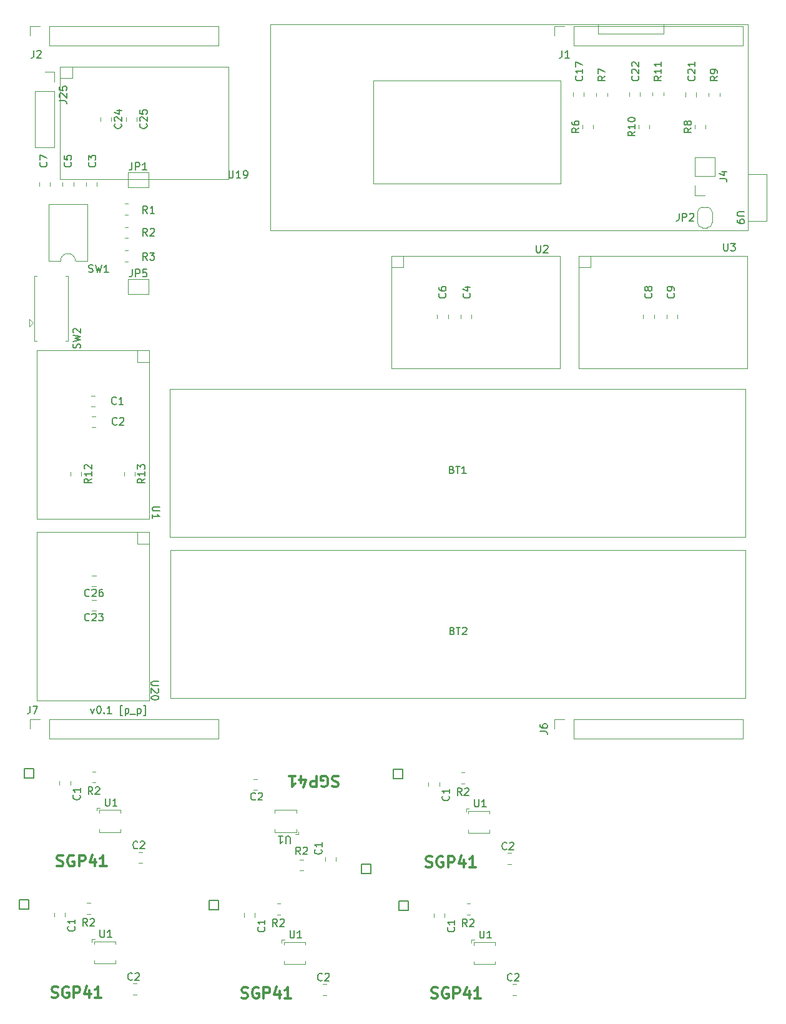
<source format=gbr>
%TF.GenerationSoftware,KiCad,Pcbnew,6.0.7-f9a2dced07~116~ubuntu20.04.1*%
%TF.CreationDate,2022-10-31T15:28:21+01:00*%
%TF.ProjectId,av_citynode_hw,61765f63-6974-4796-9e6f-64655f68772e,rev?*%
%TF.SameCoordinates,Original*%
%TF.FileFunction,Legend,Top*%
%TF.FilePolarity,Positive*%
%FSLAX46Y46*%
G04 Gerber Fmt 4.6, Leading zero omitted, Abs format (unit mm)*
G04 Created by KiCad (PCBNEW 6.0.7-f9a2dced07~116~ubuntu20.04.1) date 2022-10-31 15:28:21*
%MOMM*%
%LPD*%
G01*
G04 APERTURE LIST*
%ADD10C,0.150000*%
%ADD11C,0.300000*%
%ADD12C,0.120000*%
G04 APERTURE END LIST*
D10*
X-29594000Y147083000D02*
X-28324000Y147083000D01*
X-28324000Y147083000D02*
X-28324000Y145813000D01*
X-28324000Y145813000D02*
X-29594000Y145813000D01*
X-29594000Y145813000D02*
X-29594000Y147083000D01*
X-30314000Y129251000D02*
X-29044000Y129251000D01*
X-29044000Y129251000D02*
X-29044000Y127981000D01*
X-29044000Y127981000D02*
X-30314000Y127981000D01*
X-30314000Y127981000D02*
X-30314000Y129251000D01*
X-4563000Y129175000D02*
X-3293000Y129175000D01*
X-3293000Y129175000D02*
X-3293000Y127905000D01*
X-3293000Y127905000D02*
X-4563000Y127905000D01*
X-4563000Y127905000D02*
X-4563000Y129175000D01*
X21186000Y129151000D02*
X22456000Y129151000D01*
X22456000Y129151000D02*
X22456000Y127881000D01*
X22456000Y127881000D02*
X21186000Y127881000D01*
X21186000Y127881000D02*
X21186000Y129151000D01*
X20455000Y146947000D02*
X21725000Y146947000D01*
X21725000Y146947000D02*
X21725000Y145677000D01*
X21725000Y145677000D02*
X20455000Y145677000D01*
X20455000Y145677000D02*
X20455000Y146947000D01*
X17379000Y132835000D02*
X16109000Y132835000D01*
X16109000Y132835000D02*
X16109000Y134105000D01*
X16109000Y134105000D02*
X17379000Y134105000D01*
X17379000Y134105000D02*
X17379000Y132835000D01*
D11*
X25575857Y115970857D02*
X25790142Y115899428D01*
X26147285Y115899428D01*
X26290142Y115970857D01*
X26361571Y116042285D01*
X26433000Y116185142D01*
X26433000Y116328000D01*
X26361571Y116470857D01*
X26290142Y116542285D01*
X26147285Y116613714D01*
X25861571Y116685142D01*
X25718714Y116756571D01*
X25647285Y116828000D01*
X25575857Y116970857D01*
X25575857Y117113714D01*
X25647285Y117256571D01*
X25718714Y117328000D01*
X25861571Y117399428D01*
X26218714Y117399428D01*
X26433000Y117328000D01*
X27861571Y117328000D02*
X27718714Y117399428D01*
X27504428Y117399428D01*
X27290142Y117328000D01*
X27147285Y117185142D01*
X27075857Y117042285D01*
X27004428Y116756571D01*
X27004428Y116542285D01*
X27075857Y116256571D01*
X27147285Y116113714D01*
X27290142Y115970857D01*
X27504428Y115899428D01*
X27647285Y115899428D01*
X27861571Y115970857D01*
X27933000Y116042285D01*
X27933000Y116542285D01*
X27647285Y116542285D01*
X28575857Y115899428D02*
X28575857Y117399428D01*
X29147285Y117399428D01*
X29290142Y117328000D01*
X29361571Y117256571D01*
X29433000Y117113714D01*
X29433000Y116899428D01*
X29361571Y116756571D01*
X29290142Y116685142D01*
X29147285Y116613714D01*
X28575857Y116613714D01*
X30718714Y116899428D02*
X30718714Y115899428D01*
X30361571Y117470857D02*
X30004428Y116399428D01*
X30933000Y116399428D01*
X32290142Y115899428D02*
X31433000Y115899428D01*
X31861571Y115899428D02*
X31861571Y117399428D01*
X31718714Y117185142D01*
X31575857Y117042285D01*
X31433000Y116970857D01*
X24844857Y133766857D02*
X25059142Y133695428D01*
X25416285Y133695428D01*
X25559142Y133766857D01*
X25630571Y133838285D01*
X25702000Y133981142D01*
X25702000Y134124000D01*
X25630571Y134266857D01*
X25559142Y134338285D01*
X25416285Y134409714D01*
X25130571Y134481142D01*
X24987714Y134552571D01*
X24916285Y134624000D01*
X24844857Y134766857D01*
X24844857Y134909714D01*
X24916285Y135052571D01*
X24987714Y135124000D01*
X25130571Y135195428D01*
X25487714Y135195428D01*
X25702000Y135124000D01*
X27130571Y135124000D02*
X26987714Y135195428D01*
X26773428Y135195428D01*
X26559142Y135124000D01*
X26416285Y134981142D01*
X26344857Y134838285D01*
X26273428Y134552571D01*
X26273428Y134338285D01*
X26344857Y134052571D01*
X26416285Y133909714D01*
X26559142Y133766857D01*
X26773428Y133695428D01*
X26916285Y133695428D01*
X27130571Y133766857D01*
X27202000Y133838285D01*
X27202000Y134338285D01*
X26916285Y134338285D01*
X27844857Y133695428D02*
X27844857Y135195428D01*
X28416285Y135195428D01*
X28559142Y135124000D01*
X28630571Y135052571D01*
X28702000Y134909714D01*
X28702000Y134695428D01*
X28630571Y134552571D01*
X28559142Y134481142D01*
X28416285Y134409714D01*
X27844857Y134409714D01*
X29987714Y134695428D02*
X29987714Y133695428D01*
X29630571Y135266857D02*
X29273428Y134195428D01*
X30202000Y134195428D01*
X31559142Y133695428D02*
X30702000Y133695428D01*
X31130571Y133695428D02*
X31130571Y135195428D01*
X30987714Y134981142D01*
X30844857Y134838285D01*
X30702000Y134766857D01*
X12989142Y146015142D02*
X12774857Y146086571D01*
X12417714Y146086571D01*
X12274857Y146015142D01*
X12203428Y145943714D01*
X12132000Y145800857D01*
X12132000Y145658000D01*
X12203428Y145515142D01*
X12274857Y145443714D01*
X12417714Y145372285D01*
X12703428Y145300857D01*
X12846285Y145229428D01*
X12917714Y145158000D01*
X12989142Y145015142D01*
X12989142Y144872285D01*
X12917714Y144729428D01*
X12846285Y144658000D01*
X12703428Y144586571D01*
X12346285Y144586571D01*
X12132000Y144658000D01*
X10703428Y144658000D02*
X10846285Y144586571D01*
X11060571Y144586571D01*
X11274857Y144658000D01*
X11417714Y144800857D01*
X11489142Y144943714D01*
X11560571Y145229428D01*
X11560571Y145443714D01*
X11489142Y145729428D01*
X11417714Y145872285D01*
X11274857Y146015142D01*
X11060571Y146086571D01*
X10917714Y146086571D01*
X10703428Y146015142D01*
X10632000Y145943714D01*
X10632000Y145443714D01*
X10917714Y145443714D01*
X9989142Y146086571D02*
X9989142Y144586571D01*
X9417714Y144586571D01*
X9274857Y144658000D01*
X9203428Y144729428D01*
X9132000Y144872285D01*
X9132000Y145086571D01*
X9203428Y145229428D01*
X9274857Y145300857D01*
X9417714Y145372285D01*
X9989142Y145372285D01*
X7846285Y145086571D02*
X7846285Y146086571D01*
X8203428Y144515142D02*
X8560571Y145586571D01*
X7632000Y145586571D01*
X6274857Y146086571D02*
X7132000Y146086571D01*
X6703428Y146086571D02*
X6703428Y144586571D01*
X6846285Y144800857D01*
X6989142Y144943714D01*
X7132000Y145015142D01*
X-25204142Y133902857D02*
X-24989857Y133831428D01*
X-24632714Y133831428D01*
X-24489857Y133902857D01*
X-24418428Y133974285D01*
X-24347000Y134117142D01*
X-24347000Y134260000D01*
X-24418428Y134402857D01*
X-24489857Y134474285D01*
X-24632714Y134545714D01*
X-24918428Y134617142D01*
X-25061285Y134688571D01*
X-25132714Y134760000D01*
X-25204142Y134902857D01*
X-25204142Y135045714D01*
X-25132714Y135188571D01*
X-25061285Y135260000D01*
X-24918428Y135331428D01*
X-24561285Y135331428D01*
X-24347000Y135260000D01*
X-22918428Y135260000D02*
X-23061285Y135331428D01*
X-23275571Y135331428D01*
X-23489857Y135260000D01*
X-23632714Y135117142D01*
X-23704142Y134974285D01*
X-23775571Y134688571D01*
X-23775571Y134474285D01*
X-23704142Y134188571D01*
X-23632714Y134045714D01*
X-23489857Y133902857D01*
X-23275571Y133831428D01*
X-23132714Y133831428D01*
X-22918428Y133902857D01*
X-22847000Y133974285D01*
X-22847000Y134474285D01*
X-23132714Y134474285D01*
X-22204142Y133831428D02*
X-22204142Y135331428D01*
X-21632714Y135331428D01*
X-21489857Y135260000D01*
X-21418428Y135188571D01*
X-21347000Y135045714D01*
X-21347000Y134831428D01*
X-21418428Y134688571D01*
X-21489857Y134617142D01*
X-21632714Y134545714D01*
X-22204142Y134545714D01*
X-20061285Y134831428D02*
X-20061285Y133831428D01*
X-20418428Y135402857D02*
X-20775571Y134331428D01*
X-19847000Y134331428D01*
X-18489857Y133831428D02*
X-19347000Y133831428D01*
X-18918428Y133831428D02*
X-18918428Y135331428D01*
X-19061285Y135117142D01*
X-19204142Y134974285D01*
X-19347000Y134902857D01*
X-25924142Y116070857D02*
X-25709857Y115999428D01*
X-25352714Y115999428D01*
X-25209857Y116070857D01*
X-25138428Y116142285D01*
X-25067000Y116285142D01*
X-25067000Y116428000D01*
X-25138428Y116570857D01*
X-25209857Y116642285D01*
X-25352714Y116713714D01*
X-25638428Y116785142D01*
X-25781285Y116856571D01*
X-25852714Y116928000D01*
X-25924142Y117070857D01*
X-25924142Y117213714D01*
X-25852714Y117356571D01*
X-25781285Y117428000D01*
X-25638428Y117499428D01*
X-25281285Y117499428D01*
X-25067000Y117428000D01*
X-23638428Y117428000D02*
X-23781285Y117499428D01*
X-23995571Y117499428D01*
X-24209857Y117428000D01*
X-24352714Y117285142D01*
X-24424142Y117142285D01*
X-24495571Y116856571D01*
X-24495571Y116642285D01*
X-24424142Y116356571D01*
X-24352714Y116213714D01*
X-24209857Y116070857D01*
X-23995571Y115999428D01*
X-23852714Y115999428D01*
X-23638428Y116070857D01*
X-23567000Y116142285D01*
X-23567000Y116642285D01*
X-23852714Y116642285D01*
X-22924142Y115999428D02*
X-22924142Y117499428D01*
X-22352714Y117499428D01*
X-22209857Y117428000D01*
X-22138428Y117356571D01*
X-22067000Y117213714D01*
X-22067000Y116999428D01*
X-22138428Y116856571D01*
X-22209857Y116785142D01*
X-22352714Y116713714D01*
X-22924142Y116713714D01*
X-20781285Y116999428D02*
X-20781285Y115999428D01*
X-21138428Y117570857D02*
X-21495571Y116499428D01*
X-20567000Y116499428D01*
X-19209857Y115999428D02*
X-20067000Y115999428D01*
X-19638428Y115999428D02*
X-19638428Y117499428D01*
X-19781285Y117285142D01*
X-19924142Y117142285D01*
X-20067000Y117070857D01*
X-173142Y115994857D02*
X41142Y115923428D01*
X398285Y115923428D01*
X541142Y115994857D01*
X612571Y116066285D01*
X684000Y116209142D01*
X684000Y116352000D01*
X612571Y116494857D01*
X541142Y116566285D01*
X398285Y116637714D01*
X112571Y116709142D01*
X-30285Y116780571D01*
X-101714Y116852000D01*
X-173142Y116994857D01*
X-173142Y117137714D01*
X-101714Y117280571D01*
X-30285Y117352000D01*
X112571Y117423428D01*
X469714Y117423428D01*
X684000Y117352000D01*
X2112571Y117352000D02*
X1969714Y117423428D01*
X1755428Y117423428D01*
X1541142Y117352000D01*
X1398285Y117209142D01*
X1326857Y117066285D01*
X1255428Y116780571D01*
X1255428Y116566285D01*
X1326857Y116280571D01*
X1398285Y116137714D01*
X1541142Y115994857D01*
X1755428Y115923428D01*
X1898285Y115923428D01*
X2112571Y115994857D01*
X2184000Y116066285D01*
X2184000Y116566285D01*
X1898285Y116566285D01*
X2826857Y115923428D02*
X2826857Y117423428D01*
X3398285Y117423428D01*
X3541142Y117352000D01*
X3612571Y117280571D01*
X3683999Y117137714D01*
X3683999Y116923428D01*
X3612571Y116780571D01*
X3541142Y116709142D01*
X3398285Y116637714D01*
X2826857Y116637714D01*
X4969714Y116923428D02*
X4969714Y115923428D01*
X4612571Y117494857D02*
X4255428Y116423428D01*
X5184000Y116423428D01*
X6541142Y115923428D02*
X5683999Y115923428D01*
X6112571Y115923428D02*
X6112571Y117423428D01*
X5969714Y117209142D01*
X5826857Y117066285D01*
X5683999Y116994857D01*
D10*
%TO.C,JP2*%
X59162666Y222360619D02*
X59162666Y221646333D01*
X59115047Y221503476D01*
X59019809Y221408238D01*
X58876952Y221360619D01*
X58781714Y221360619D01*
X59638857Y221360619D02*
X59638857Y222360619D01*
X60019809Y222360619D01*
X60115047Y222313000D01*
X60162666Y222265380D01*
X60210285Y222170142D01*
X60210285Y222027285D01*
X60162666Y221932047D01*
X60115047Y221884428D01*
X60019809Y221836809D01*
X59638857Y221836809D01*
X60591238Y222265380D02*
X60638857Y222313000D01*
X60734095Y222360619D01*
X60972190Y222360619D01*
X61067428Y222313000D01*
X61115047Y222265380D01*
X61162666Y222170142D01*
X61162666Y222074904D01*
X61115047Y221932047D01*
X60543619Y221360619D01*
X61162666Y221360619D01*
%TO.C,R9*%
X64385380Y240950333D02*
X63909190Y240617000D01*
X64385380Y240378904D02*
X63385380Y240378904D01*
X63385380Y240759857D01*
X63433000Y240855095D01*
X63480619Y240902714D01*
X63575857Y240950333D01*
X63718714Y240950333D01*
X63813952Y240902714D01*
X63861571Y240855095D01*
X63909190Y240759857D01*
X63909190Y240378904D01*
X64385380Y241426523D02*
X64385380Y241617000D01*
X64337761Y241712238D01*
X64290142Y241759857D01*
X64147285Y241855095D01*
X63956809Y241902714D01*
X63575857Y241902714D01*
X63480619Y241855095D01*
X63433000Y241807476D01*
X63385380Y241712238D01*
X63385380Y241521761D01*
X63433000Y241426523D01*
X63480619Y241378904D01*
X63575857Y241331285D01*
X63813952Y241331285D01*
X63909190Y241378904D01*
X63956809Y241426523D01*
X64004428Y241521761D01*
X64004428Y241712238D01*
X63956809Y241807476D01*
X63909190Y241855095D01*
X63813952Y241902714D01*
%TO.C,C23*%
X-20821357Y167197857D02*
X-20868976Y167150238D01*
X-21011833Y167102619D01*
X-21107071Y167102619D01*
X-21249928Y167150238D01*
X-21345166Y167245476D01*
X-21392785Y167340714D01*
X-21440404Y167531190D01*
X-21440404Y167674047D01*
X-21392785Y167864523D01*
X-21345166Y167959761D01*
X-21249928Y168055000D01*
X-21107071Y168102619D01*
X-21011833Y168102619D01*
X-20868976Y168055000D01*
X-20821357Y168007380D01*
X-20440404Y168007380D02*
X-20392785Y168055000D01*
X-20297547Y168102619D01*
X-20059452Y168102619D01*
X-19964214Y168055000D01*
X-19916595Y168007380D01*
X-19868976Y167912142D01*
X-19868976Y167816904D01*
X-19916595Y167674047D01*
X-20488023Y167102619D01*
X-19868976Y167102619D01*
X-19535642Y168102619D02*
X-18916595Y168102619D01*
X-19249928Y167721666D01*
X-19107071Y167721666D01*
X-19011833Y167674047D01*
X-18964214Y167626428D01*
X-18916595Y167531190D01*
X-18916595Y167293095D01*
X-18964214Y167197857D01*
X-19011833Y167150238D01*
X-19107071Y167102619D01*
X-19392785Y167102619D01*
X-19488023Y167150238D01*
X-19535642Y167197857D01*
%TO.C,C1*%
X2906142Y125579333D02*
X2953761Y125531714D01*
X3001380Y125388857D01*
X3001380Y125293619D01*
X2953761Y125150761D01*
X2858523Y125055523D01*
X2763285Y125007904D01*
X2572809Y124960285D01*
X2429952Y124960285D01*
X2239476Y125007904D01*
X2144238Y125055523D01*
X2049000Y125150761D01*
X2001380Y125293619D01*
X2001380Y125388857D01*
X2049000Y125531714D01*
X2096619Y125579333D01*
X3001380Y126531714D02*
X3001380Y125960285D01*
X3001380Y126246000D02*
X2001380Y126246000D01*
X2144238Y126150761D01*
X2239476Y126055523D01*
X2287095Y125960285D01*
X27924142Y143351333D02*
X27971761Y143303714D01*
X28019380Y143160857D01*
X28019380Y143065619D01*
X27971761Y142922761D01*
X27876523Y142827523D01*
X27781285Y142779904D01*
X27590809Y142732285D01*
X27447952Y142732285D01*
X27257476Y142779904D01*
X27162238Y142827523D01*
X27067000Y142922761D01*
X27019380Y143065619D01*
X27019380Y143160857D01*
X27067000Y143303714D01*
X27114619Y143351333D01*
X28019380Y144303714D02*
X28019380Y143732285D01*
X28019380Y144018000D02*
X27019380Y144018000D01*
X27162238Y143922761D01*
X27257476Y143827523D01*
X27305095Y143732285D01*
%TO.C,J4*%
X64655380Y227067666D02*
X65369666Y227067666D01*
X65512523Y227020047D01*
X65607761Y226924809D01*
X65655380Y226781952D01*
X65655380Y226686714D01*
X64988714Y227972428D02*
X65655380Y227972428D01*
X64607761Y227734333D02*
X65322047Y227496238D01*
X65322047Y228115285D01*
%TO.C,R2*%
X30417333Y125650619D02*
X30084000Y126126809D01*
X29845904Y125650619D02*
X29845904Y126650619D01*
X30226857Y126650619D01*
X30322095Y126603000D01*
X30369714Y126555380D01*
X30417333Y126460142D01*
X30417333Y126317285D01*
X30369714Y126222047D01*
X30322095Y126174428D01*
X30226857Y126126809D01*
X29845904Y126126809D01*
X30798285Y126555380D02*
X30845904Y126603000D01*
X30941142Y126650619D01*
X31179238Y126650619D01*
X31274476Y126603000D01*
X31322095Y126555380D01*
X31369714Y126460142D01*
X31369714Y126364904D01*
X31322095Y126222047D01*
X30750666Y125650619D01*
X31369714Y125650619D01*
%TO.C,C4*%
X30762142Y211486333D02*
X30809761Y211438714D01*
X30857380Y211295857D01*
X30857380Y211200619D01*
X30809761Y211057761D01*
X30714523Y210962523D01*
X30619285Y210914904D01*
X30428809Y210867285D01*
X30285952Y210867285D01*
X30095476Y210914904D01*
X30000238Y210962523D01*
X29905000Y211057761D01*
X29857380Y211200619D01*
X29857380Y211295857D01*
X29905000Y211438714D01*
X29952619Y211486333D01*
X30190714Y212343476D02*
X30857380Y212343476D01*
X29809761Y212105380D02*
X30524047Y211867285D01*
X30524047Y212486333D01*
%TO.C,U1*%
X-18625904Y143018619D02*
X-18625904Y142209095D01*
X-18578285Y142113857D01*
X-18530666Y142066238D01*
X-18435428Y142018619D01*
X-18244952Y142018619D01*
X-18149714Y142066238D01*
X-18102095Y142113857D01*
X-18054476Y142209095D01*
X-18054476Y143018619D01*
X-17054476Y142018619D02*
X-17625904Y142018619D01*
X-17340190Y142018619D02*
X-17340190Y143018619D01*
X-17435428Y142875761D01*
X-17530666Y142780523D01*
X-17625904Y142732904D01*
%TO.C,R11*%
X56765380Y240982142D02*
X56289190Y240648809D01*
X56765380Y240410714D02*
X55765380Y240410714D01*
X55765380Y240791666D01*
X55813000Y240886904D01*
X55860619Y240934523D01*
X55955857Y240982142D01*
X56098714Y240982142D01*
X56193952Y240934523D01*
X56241571Y240886904D01*
X56289190Y240791666D01*
X56289190Y240410714D01*
X56765380Y241934523D02*
X56765380Y241363095D01*
X56765380Y241648809D02*
X55765380Y241648809D01*
X55908238Y241553571D01*
X56003476Y241458333D01*
X56051095Y241363095D01*
X56765380Y242886904D02*
X56765380Y242315476D01*
X56765380Y242601190D02*
X55765380Y242601190D01*
X55908238Y242505952D01*
X56003476Y242410714D01*
X56051095Y242315476D01*
%TO.C,R13*%
X-13271619Y186395642D02*
X-13747809Y186062309D01*
X-13271619Y185824214D02*
X-14271619Y185824214D01*
X-14271619Y186205166D01*
X-14224000Y186300404D01*
X-14176380Y186348023D01*
X-14081142Y186395642D01*
X-13938285Y186395642D01*
X-13843047Y186348023D01*
X-13795428Y186300404D01*
X-13747809Y186205166D01*
X-13747809Y185824214D01*
X-13271619Y187348023D02*
X-13271619Y186776595D01*
X-13271619Y187062309D02*
X-14271619Y187062309D01*
X-14128761Y186967071D01*
X-14033523Y186871833D01*
X-13985904Y186776595D01*
X-14271619Y187681357D02*
X-14271619Y188300404D01*
X-13890666Y187967071D01*
X-13890666Y188109928D01*
X-13843047Y188205166D01*
X-13795428Y188252785D01*
X-13700190Y188300404D01*
X-13462095Y188300404D01*
X-13366857Y188252785D01*
X-13319238Y188205166D01*
X-13271619Y188109928D01*
X-13271619Y187824214D01*
X-13319238Y187728976D01*
X-13366857Y187681357D01*
%TO.C,U1*%
X32154095Y125086619D02*
X32154095Y124277095D01*
X32201714Y124181857D01*
X32249333Y124134238D01*
X32344571Y124086619D01*
X32535047Y124086619D01*
X32630285Y124134238D01*
X32677904Y124181857D01*
X32725523Y124277095D01*
X32725523Y125086619D01*
X33725523Y124086619D02*
X33154095Y124086619D01*
X33439809Y124086619D02*
X33439809Y125086619D01*
X33344571Y124943761D01*
X33249333Y124848523D01*
X33154095Y124800904D01*
%TO.C,J1*%
X43279666Y244458619D02*
X43279666Y243744333D01*
X43232047Y243601476D01*
X43136809Y243506238D01*
X42993952Y243458619D01*
X42898714Y243458619D01*
X44279666Y243458619D02*
X43708238Y243458619D01*
X43993952Y243458619D02*
X43993952Y244458619D01*
X43898714Y244315761D01*
X43803476Y244220523D01*
X43708238Y244172904D01*
%TO.C,U19*%
X-1880095Y228151619D02*
X-1880095Y227342095D01*
X-1832476Y227246857D01*
X-1784857Y227199238D01*
X-1689619Y227151619D01*
X-1499142Y227151619D01*
X-1403904Y227199238D01*
X-1356285Y227246857D01*
X-1308666Y227342095D01*
X-1308666Y228151619D01*
X-308666Y227151619D02*
X-880095Y227151619D01*
X-594380Y227151619D02*
X-594380Y228151619D01*
X-689619Y228008761D01*
X-784857Y227913523D01*
X-880095Y227865904D01*
X167523Y227151619D02*
X358000Y227151619D01*
X453238Y227199238D01*
X500857Y227246857D01*
X596095Y227389714D01*
X643714Y227580190D01*
X643714Y227961142D01*
X596095Y228056380D01*
X548476Y228104000D01*
X453238Y228151619D01*
X262761Y228151619D01*
X167523Y228104000D01*
X119904Y228056380D01*
X72285Y227961142D01*
X72285Y227723047D01*
X119904Y227627809D01*
X167523Y227580190D01*
X262761Y227532571D01*
X453238Y227532571D01*
X548476Y227580190D01*
X596095Y227627809D01*
X643714Y227723047D01*
%TO.C,R10*%
X53210380Y233465642D02*
X52734190Y233132309D01*
X53210380Y232894214D02*
X52210380Y232894214D01*
X52210380Y233275166D01*
X52258000Y233370404D01*
X52305619Y233418023D01*
X52400857Y233465642D01*
X52543714Y233465642D01*
X52638952Y233418023D01*
X52686571Y233370404D01*
X52734190Y233275166D01*
X52734190Y232894214D01*
X53210380Y234418023D02*
X53210380Y233846595D01*
X53210380Y234132309D02*
X52210380Y234132309D01*
X52353238Y234037071D01*
X52448476Y233941833D01*
X52496095Y233846595D01*
X52210380Y235037071D02*
X52210380Y235132309D01*
X52258000Y235227547D01*
X52305619Y235275166D01*
X52400857Y235322785D01*
X52591333Y235370404D01*
X52829428Y235370404D01*
X53019904Y235322785D01*
X53115142Y235275166D01*
X53162761Y235227547D01*
X53210380Y235132309D01*
X53210380Y235037071D01*
X53162761Y234941833D01*
X53115142Y234894214D01*
X53019904Y234846595D01*
X52829428Y234798976D01*
X52591333Y234798976D01*
X52400857Y234846595D01*
X52305619Y234894214D01*
X52258000Y234941833D01*
X52210380Y235037071D01*
%TO.C,U1*%
X6405095Y125110619D02*
X6405095Y124301095D01*
X6452714Y124205857D01*
X6500333Y124158238D01*
X6595571Y124110619D01*
X6786047Y124110619D01*
X6881285Y124158238D01*
X6928904Y124205857D01*
X6976523Y124301095D01*
X6976523Y125110619D01*
X7976523Y124110619D02*
X7405095Y124110619D01*
X7690809Y124110619D02*
X7690809Y125110619D01*
X7595571Y124967761D01*
X7500333Y124872523D01*
X7405095Y124824904D01*
%TO.C,R3*%
X-12941666Y216026619D02*
X-13275000Y216502809D01*
X-13513095Y216026619D02*
X-13513095Y217026619D01*
X-13132142Y217026619D01*
X-13036904Y216979000D01*
X-12989285Y216931380D01*
X-12941666Y216836142D01*
X-12941666Y216693285D01*
X-12989285Y216598047D01*
X-13036904Y216550428D01*
X-13132142Y216502809D01*
X-13513095Y216502809D01*
X-12608333Y217026619D02*
X-11989285Y217026619D01*
X-12322619Y216645666D01*
X-12179761Y216645666D01*
X-12084523Y216598047D01*
X-12036904Y216550428D01*
X-11989285Y216455190D01*
X-11989285Y216217095D01*
X-12036904Y216121857D01*
X-12084523Y216074238D01*
X-12179761Y216026619D01*
X-12465476Y216026619D01*
X-12560714Y216074238D01*
X-12608333Y216121857D01*
%TO.C,C1*%
X-22844857Y125655333D02*
X-22797238Y125607714D01*
X-22749619Y125464857D01*
X-22749619Y125369619D01*
X-22797238Y125226761D01*
X-22892476Y125131523D01*
X-22987714Y125083904D01*
X-23178190Y125036285D01*
X-23321047Y125036285D01*
X-23511523Y125083904D01*
X-23606761Y125131523D01*
X-23702000Y125226761D01*
X-23749619Y125369619D01*
X-23749619Y125464857D01*
X-23702000Y125607714D01*
X-23654380Y125655333D01*
X-22749619Y126607714D02*
X-22749619Y126036285D01*
X-22749619Y126322000D02*
X-23749619Y126322000D01*
X-23606761Y126226761D01*
X-23511523Y126131523D01*
X-23463904Y126036285D01*
%TO.C,U17*%
X-20611904Y155225285D02*
X-20373809Y154558619D01*
X-20135714Y155225285D01*
X-19564285Y155558619D02*
X-19469047Y155558619D01*
X-19373809Y155511000D01*
X-19326190Y155463380D01*
X-19278571Y155368142D01*
X-19230952Y155177666D01*
X-19230952Y154939571D01*
X-19278571Y154749095D01*
X-19326190Y154653857D01*
X-19373809Y154606238D01*
X-19469047Y154558619D01*
X-19564285Y154558619D01*
X-19659523Y154606238D01*
X-19707142Y154653857D01*
X-19754761Y154749095D01*
X-19802380Y154939571D01*
X-19802380Y155177666D01*
X-19754761Y155368142D01*
X-19707142Y155463380D01*
X-19659523Y155511000D01*
X-19564285Y155558619D01*
X-18802380Y154653857D02*
X-18754761Y154606238D01*
X-18802380Y154558619D01*
X-18850000Y154606238D01*
X-18802380Y154653857D01*
X-18802380Y154558619D01*
X-17802380Y154558619D02*
X-18373809Y154558619D01*
X-18088095Y154558619D02*
X-18088095Y155558619D01*
X-18183333Y155415761D01*
X-18278571Y155320523D01*
X-18373809Y155272904D01*
X-16326190Y154225285D02*
X-16564285Y154225285D01*
X-16564285Y155653857D01*
X-16326190Y155653857D01*
X-15945238Y155225285D02*
X-15945238Y154225285D01*
X-15945238Y155177666D02*
X-15849999Y155225285D01*
X-15659523Y155225285D01*
X-15564285Y155177666D01*
X-15516666Y155130047D01*
X-15469047Y155034809D01*
X-15469047Y154749095D01*
X-15516666Y154653857D01*
X-15564285Y154606238D01*
X-15659523Y154558619D01*
X-15849999Y154558619D01*
X-15945238Y154606238D01*
X-15278571Y154463380D02*
X-14516666Y154463380D01*
X-14278571Y155225285D02*
X-14278571Y154225285D01*
X-14278571Y155177666D02*
X-14183333Y155225285D01*
X-13992857Y155225285D01*
X-13897619Y155177666D01*
X-13849999Y155130047D01*
X-13802380Y155034809D01*
X-13802380Y154749095D01*
X-13849999Y154653857D01*
X-13897619Y154606238D01*
X-13992857Y154558619D01*
X-14183333Y154558619D01*
X-14278571Y154606238D01*
X-13469047Y154225285D02*
X-13230952Y154225285D01*
X-13230952Y155653857D01*
X-13469047Y155653857D01*
%TO.C,C1*%
X-17170166Y196563857D02*
X-17217785Y196516238D01*
X-17360642Y196468619D01*
X-17455880Y196468619D01*
X-17598738Y196516238D01*
X-17693976Y196611476D01*
X-17741595Y196706714D01*
X-17789214Y196897190D01*
X-17789214Y197040047D01*
X-17741595Y197230523D01*
X-17693976Y197325761D01*
X-17598738Y197421000D01*
X-17455880Y197468619D01*
X-17360642Y197468619D01*
X-17217785Y197421000D01*
X-17170166Y197373380D01*
X-16217785Y196468619D02*
X-16789214Y196468619D01*
X-16503500Y196468619D02*
X-16503500Y197468619D01*
X-16598738Y197325761D01*
X-16693976Y197230523D01*
X-16789214Y197182904D01*
%TO.C,J7*%
X-28856333Y155558619D02*
X-28856333Y154844333D01*
X-28903952Y154701476D01*
X-28999190Y154606238D01*
X-29142047Y154558619D01*
X-29237285Y154558619D01*
X-28475380Y155558619D02*
X-27808714Y155558619D01*
X-28237285Y154558619D01*
%TO.C,C2*%
X1718333Y142891857D02*
X1670714Y142844238D01*
X1527857Y142796619D01*
X1432619Y142796619D01*
X1289761Y142844238D01*
X1194523Y142939476D01*
X1146904Y143034714D01*
X1099285Y143225190D01*
X1099285Y143368047D01*
X1146904Y143558523D01*
X1194523Y143653761D01*
X1289761Y143749000D01*
X1432619Y143796619D01*
X1527857Y143796619D01*
X1670714Y143749000D01*
X1718333Y143701380D01*
X2099285Y143701380D02*
X2146904Y143749000D01*
X2242142Y143796619D01*
X2480238Y143796619D01*
X2575476Y143749000D01*
X2623095Y143701380D01*
X2670714Y143606142D01*
X2670714Y143510904D01*
X2623095Y143368047D01*
X2051666Y142796619D01*
X2670714Y142796619D01*
%TO.C,U9*%
X68036619Y222574904D02*
X67227095Y222574904D01*
X67131857Y222527285D01*
X67084238Y222479666D01*
X67036619Y222384428D01*
X67036619Y222193952D01*
X67084238Y222098714D01*
X67131857Y222051095D01*
X67227095Y222003476D01*
X68036619Y222003476D01*
X67036619Y221479666D02*
X67036619Y221289190D01*
X67084238Y221193952D01*
X67131857Y221146333D01*
X67274714Y221051095D01*
X67465190Y221003476D01*
X67846142Y221003476D01*
X67941380Y221051095D01*
X67989000Y221098714D01*
X68036619Y221193952D01*
X68036619Y221384428D01*
X67989000Y221479666D01*
X67941380Y221527285D01*
X67846142Y221574904D01*
X67608047Y221574904D01*
X67512809Y221527285D01*
X67465190Y221479666D01*
X67417571Y221384428D01*
X67417571Y221193952D01*
X67465190Y221098714D01*
X67512809Y221051095D01*
X67608047Y221003476D01*
%TO.C,C1*%
X10624142Y136097333D02*
X10671761Y136049714D01*
X10719380Y135906857D01*
X10719380Y135811619D01*
X10671761Y135668761D01*
X10576523Y135573523D01*
X10481285Y135525904D01*
X10290809Y135478285D01*
X10147952Y135478285D01*
X9957476Y135525904D01*
X9862238Y135573523D01*
X9767000Y135668761D01*
X9719380Y135811619D01*
X9719380Y135906857D01*
X9767000Y136049714D01*
X9814619Y136097333D01*
X10719380Y137049714D02*
X10719380Y136478285D01*
X10719380Y136764000D02*
X9719380Y136764000D01*
X9862238Y136668761D01*
X9957476Y136573523D01*
X10005095Y136478285D01*
%TO.C,J2*%
X-28348333Y244458619D02*
X-28348333Y243744333D01*
X-28395952Y243601476D01*
X-28491190Y243506238D01*
X-28634047Y243458619D01*
X-28729285Y243458619D01*
X-27919761Y244363380D02*
X-27872142Y244411000D01*
X-27776904Y244458619D01*
X-27538809Y244458619D01*
X-27443571Y244411000D01*
X-27395952Y244363380D01*
X-27348333Y244268142D01*
X-27348333Y244172904D01*
X-27395952Y244030047D01*
X-27967380Y243458619D01*
X-27348333Y243458619D01*
%TO.C,R2*%
X4668333Y125674619D02*
X4335000Y126150809D01*
X4096904Y125674619D02*
X4096904Y126674619D01*
X4477857Y126674619D01*
X4573095Y126627000D01*
X4620714Y126579380D01*
X4668333Y126484142D01*
X4668333Y126341285D01*
X4620714Y126246047D01*
X4573095Y126198428D01*
X4477857Y126150809D01*
X4096904Y126150809D01*
X5049285Y126579380D02*
X5096904Y126627000D01*
X5192142Y126674619D01*
X5430238Y126674619D01*
X5525476Y126627000D01*
X5573095Y126579380D01*
X5620714Y126484142D01*
X5620714Y126388904D01*
X5573095Y126246047D01*
X5001666Y125674619D01*
X5620714Y125674619D01*
%TO.C,U1*%
X-19345904Y125186619D02*
X-19345904Y124377095D01*
X-19298285Y124281857D01*
X-19250666Y124234238D01*
X-19155428Y124186619D01*
X-18964952Y124186619D01*
X-18869714Y124234238D01*
X-18822095Y124281857D01*
X-18774476Y124377095D01*
X-18774476Y125186619D01*
X-17774476Y124186619D02*
X-18345904Y124186619D01*
X-18060190Y124186619D02*
X-18060190Y125186619D01*
X-18155428Y125043761D01*
X-18250666Y124948523D01*
X-18345904Y124900904D01*
%TO.C,C2*%
X-14266666Y136311857D02*
X-14314285Y136264238D01*
X-14457142Y136216619D01*
X-14552380Y136216619D01*
X-14695238Y136264238D01*
X-14790476Y136359476D01*
X-14838095Y136454714D01*
X-14885714Y136645190D01*
X-14885714Y136788047D01*
X-14838095Y136978523D01*
X-14790476Y137073761D01*
X-14695238Y137169000D01*
X-14552380Y137216619D01*
X-14457142Y137216619D01*
X-14314285Y137169000D01*
X-14266666Y137121380D01*
X-13885714Y137121380D02*
X-13838095Y137169000D01*
X-13742857Y137216619D01*
X-13504761Y137216619D01*
X-13409523Y137169000D01*
X-13361904Y137121380D01*
X-13314285Y137026142D01*
X-13314285Y136930904D01*
X-13361904Y136788047D01*
X-13933333Y136216619D01*
X-13314285Y136216619D01*
%TO.C,C22*%
X53622142Y240982142D02*
X53669761Y240934523D01*
X53717380Y240791666D01*
X53717380Y240696428D01*
X53669761Y240553571D01*
X53574523Y240458333D01*
X53479285Y240410714D01*
X53288809Y240363095D01*
X53145952Y240363095D01*
X52955476Y240410714D01*
X52860238Y240458333D01*
X52765000Y240553571D01*
X52717380Y240696428D01*
X52717380Y240791666D01*
X52765000Y240934523D01*
X52812619Y240982142D01*
X52812619Y241363095D02*
X52765000Y241410714D01*
X52717380Y241505952D01*
X52717380Y241744047D01*
X52765000Y241839285D01*
X52812619Y241886904D01*
X52907857Y241934523D01*
X53003095Y241934523D01*
X53145952Y241886904D01*
X53717380Y241315476D01*
X53717380Y241934523D01*
X52812619Y242315476D02*
X52765000Y242363095D01*
X52717380Y242458333D01*
X52717380Y242696428D01*
X52765000Y242791666D01*
X52812619Y242839285D01*
X52907857Y242886904D01*
X53003095Y242886904D01*
X53145952Y242839285D01*
X53717380Y242267857D01*
X53717380Y242886904D01*
%TO.C,C21*%
X61242142Y240982142D02*
X61289761Y240934523D01*
X61337380Y240791666D01*
X61337380Y240696428D01*
X61289761Y240553571D01*
X61194523Y240458333D01*
X61099285Y240410714D01*
X60908809Y240363095D01*
X60765952Y240363095D01*
X60575476Y240410714D01*
X60480238Y240458333D01*
X60385000Y240553571D01*
X60337380Y240696428D01*
X60337380Y240791666D01*
X60385000Y240934523D01*
X60432619Y240982142D01*
X60432619Y241363095D02*
X60385000Y241410714D01*
X60337380Y241505952D01*
X60337380Y241744047D01*
X60385000Y241839285D01*
X60432619Y241886904D01*
X60527857Y241934523D01*
X60623095Y241934523D01*
X60765952Y241886904D01*
X61337380Y241315476D01*
X61337380Y241934523D01*
X61337380Y242886904D02*
X61337380Y242315476D01*
X61337380Y242601190D02*
X60337380Y242601190D01*
X60480238Y242505952D01*
X60575476Y242410714D01*
X60623095Y242315476D01*
%TO.C,C1*%
X28655142Y125555333D02*
X28702761Y125507714D01*
X28750380Y125364857D01*
X28750380Y125269619D01*
X28702761Y125126761D01*
X28607523Y125031523D01*
X28512285Y124983904D01*
X28321809Y124936285D01*
X28178952Y124936285D01*
X27988476Y124983904D01*
X27893238Y125031523D01*
X27798000Y125126761D01*
X27750380Y125269619D01*
X27750380Y125364857D01*
X27798000Y125507714D01*
X27845619Y125555333D01*
X28750380Y126507714D02*
X28750380Y125936285D01*
X28750380Y126222000D02*
X27750380Y126222000D01*
X27893238Y126126761D01*
X27988476Y126031523D01*
X28036095Y125936285D01*
%TO.C,U20*%
X-11397380Y158916095D02*
X-12206904Y158916095D01*
X-12302142Y158868476D01*
X-12349761Y158820857D01*
X-12397380Y158725619D01*
X-12397380Y158535142D01*
X-12349761Y158439904D01*
X-12302142Y158392285D01*
X-12206904Y158344666D01*
X-11397380Y158344666D01*
X-11492619Y157916095D02*
X-11445000Y157868476D01*
X-11397380Y157773238D01*
X-11397380Y157535142D01*
X-11445000Y157439904D01*
X-11492619Y157392285D01*
X-11587857Y157344666D01*
X-11683095Y157344666D01*
X-11825952Y157392285D01*
X-12397380Y157963714D01*
X-12397380Y157344666D01*
X-11397380Y156725619D02*
X-11397380Y156630380D01*
X-11445000Y156535142D01*
X-11492619Y156487523D01*
X-11587857Y156439904D01*
X-11778333Y156392285D01*
X-12016428Y156392285D01*
X-12206904Y156439904D01*
X-12302142Y156487523D01*
X-12349761Y156535142D01*
X-12397380Y156630380D01*
X-12397380Y156725619D01*
X-12349761Y156820857D01*
X-12302142Y156868476D01*
X-12206904Y156916095D01*
X-12016428Y156963714D01*
X-11778333Y156963714D01*
X-11587857Y156916095D01*
X-11492619Y156868476D01*
X-11445000Y156820857D01*
X-11397380Y156725619D01*
%TO.C,C17*%
X46002142Y240982142D02*
X46049761Y240934523D01*
X46097380Y240791666D01*
X46097380Y240696428D01*
X46049761Y240553571D01*
X45954523Y240458333D01*
X45859285Y240410714D01*
X45668809Y240363095D01*
X45525952Y240363095D01*
X45335476Y240410714D01*
X45240238Y240458333D01*
X45145000Y240553571D01*
X45097380Y240696428D01*
X45097380Y240791666D01*
X45145000Y240934523D01*
X45192619Y240982142D01*
X46097380Y241934523D02*
X46097380Y241363095D01*
X46097380Y241648809D02*
X45097380Y241648809D01*
X45240238Y241553571D01*
X45335476Y241458333D01*
X45383095Y241363095D01*
X45097380Y242267857D02*
X45097380Y242934523D01*
X46097380Y242505952D01*
%TO.C,C24*%
X-16511857Y234505142D02*
X-16464238Y234457523D01*
X-16416619Y234314666D01*
X-16416619Y234219428D01*
X-16464238Y234076571D01*
X-16559476Y233981333D01*
X-16654714Y233933714D01*
X-16845190Y233886095D01*
X-16988047Y233886095D01*
X-17178523Y233933714D01*
X-17273761Y233981333D01*
X-17369000Y234076571D01*
X-17416619Y234219428D01*
X-17416619Y234314666D01*
X-17369000Y234457523D01*
X-17321380Y234505142D01*
X-17321380Y234886095D02*
X-17369000Y234933714D01*
X-17416619Y235028952D01*
X-17416619Y235267047D01*
X-17369000Y235362285D01*
X-17321380Y235409904D01*
X-17226142Y235457523D01*
X-17130904Y235457523D01*
X-16988047Y235409904D01*
X-16416619Y234838476D01*
X-16416619Y235457523D01*
X-17083285Y236314666D02*
X-16416619Y236314666D01*
X-17464238Y236076571D02*
X-16749952Y235838476D01*
X-16749952Y236457523D01*
%TO.C,R7*%
X49145380Y240950333D02*
X48669190Y240617000D01*
X49145380Y240378904D02*
X48145380Y240378904D01*
X48145380Y240759857D01*
X48193000Y240855095D01*
X48240619Y240902714D01*
X48335857Y240950333D01*
X48478714Y240950333D01*
X48573952Y240902714D01*
X48621571Y240855095D01*
X48669190Y240759857D01*
X48669190Y240378904D01*
X48145380Y241283666D02*
X48145380Y241950333D01*
X49145380Y241521761D01*
%TO.C,C7*%
X-26641857Y229266333D02*
X-26594238Y229218714D01*
X-26546619Y229075857D01*
X-26546619Y228980619D01*
X-26594238Y228837761D01*
X-26689476Y228742523D01*
X-26784714Y228694904D01*
X-26975190Y228647285D01*
X-27118047Y228647285D01*
X-27308523Y228694904D01*
X-27403761Y228742523D01*
X-27499000Y228837761D01*
X-27546619Y228980619D01*
X-27546619Y229075857D01*
X-27499000Y229218714D01*
X-27451380Y229266333D01*
X-27546619Y229599666D02*
X-27546619Y230266333D01*
X-26546619Y229837761D01*
%TO.C,R2*%
X-20362666Y143582619D02*
X-20696000Y144058809D01*
X-20934095Y143582619D02*
X-20934095Y144582619D01*
X-20553142Y144582619D01*
X-20457904Y144535000D01*
X-20410285Y144487380D01*
X-20362666Y144392142D01*
X-20362666Y144249285D01*
X-20410285Y144154047D01*
X-20457904Y144106428D01*
X-20553142Y144058809D01*
X-20934095Y144058809D01*
X-19981714Y144487380D02*
X-19934095Y144535000D01*
X-19838857Y144582619D01*
X-19600761Y144582619D01*
X-19505523Y144535000D01*
X-19457904Y144487380D01*
X-19410285Y144392142D01*
X-19410285Y144296904D01*
X-19457904Y144154047D01*
X-20029333Y143582619D01*
X-19410285Y143582619D01*
%TO.C,C3*%
X-20037857Y229266333D02*
X-19990238Y229218714D01*
X-19942619Y229075857D01*
X-19942619Y228980619D01*
X-19990238Y228837761D01*
X-20085476Y228742523D01*
X-20180714Y228694904D01*
X-20371190Y228647285D01*
X-20514047Y228647285D01*
X-20704523Y228694904D01*
X-20799761Y228742523D01*
X-20895000Y228837761D01*
X-20942619Y228980619D01*
X-20942619Y229075857D01*
X-20895000Y229218714D01*
X-20847380Y229266333D01*
X-20942619Y229599666D02*
X-20942619Y230218714D01*
X-20561666Y229885380D01*
X-20561666Y230028238D01*
X-20514047Y230123476D01*
X-20466428Y230171095D01*
X-20371190Y230218714D01*
X-20133095Y230218714D01*
X-20037857Y230171095D01*
X-19990238Y230123476D01*
X-19942619Y230028238D01*
X-19942619Y229742523D01*
X-19990238Y229647285D01*
X-20037857Y229599666D01*
%TO.C,SW1*%
X-20898333Y214423238D02*
X-20755476Y214375619D01*
X-20517380Y214375619D01*
X-20422142Y214423238D01*
X-20374523Y214470857D01*
X-20326904Y214566095D01*
X-20326904Y214661333D01*
X-20374523Y214756571D01*
X-20422142Y214804190D01*
X-20517380Y214851809D01*
X-20707857Y214899428D01*
X-20803095Y214947047D01*
X-20850714Y214994666D01*
X-20898333Y215089904D01*
X-20898333Y215185142D01*
X-20850714Y215280380D01*
X-20803095Y215328000D01*
X-20707857Y215375619D01*
X-20469761Y215375619D01*
X-20326904Y215328000D01*
X-19993571Y215375619D02*
X-19755476Y214375619D01*
X-19565000Y215089904D01*
X-19374523Y214375619D01*
X-19136428Y215375619D01*
X-18231666Y214375619D02*
X-18803095Y214375619D01*
X-18517380Y214375619D02*
X-18517380Y215375619D01*
X-18612619Y215232761D01*
X-18707857Y215137523D01*
X-18803095Y215089904D01*
%TO.C,U1*%
X31423095Y142882619D02*
X31423095Y142073095D01*
X31470714Y141977857D01*
X31518333Y141930238D01*
X31613571Y141882619D01*
X31804047Y141882619D01*
X31899285Y141930238D01*
X31946904Y141977857D01*
X31994523Y142073095D01*
X31994523Y142882619D01*
X32994523Y141882619D02*
X32423095Y141882619D01*
X32708809Y141882619D02*
X32708809Y142882619D01*
X32613571Y142739761D01*
X32518333Y142644523D01*
X32423095Y142596904D01*
%TO.C,R8*%
X60830380Y233941833D02*
X60354190Y233608500D01*
X60830380Y233370404D02*
X59830380Y233370404D01*
X59830380Y233751357D01*
X59878000Y233846595D01*
X59925619Y233894214D01*
X60020857Y233941833D01*
X60163714Y233941833D01*
X60258952Y233894214D01*
X60306571Y233846595D01*
X60354190Y233751357D01*
X60354190Y233370404D01*
X60258952Y234513261D02*
X60211333Y234418023D01*
X60163714Y234370404D01*
X60068476Y234322785D01*
X60020857Y234322785D01*
X59925619Y234370404D01*
X59878000Y234418023D01*
X59830380Y234513261D01*
X59830380Y234703738D01*
X59878000Y234798976D01*
X59925619Y234846595D01*
X60020857Y234894214D01*
X60068476Y234894214D01*
X60163714Y234846595D01*
X60211333Y234798976D01*
X60258952Y234703738D01*
X60258952Y234513261D01*
X60306571Y234418023D01*
X60354190Y234370404D01*
X60449428Y234322785D01*
X60639904Y234322785D01*
X60735142Y234370404D01*
X60782761Y234418023D01*
X60830380Y234513261D01*
X60830380Y234703738D01*
X60782761Y234798976D01*
X60735142Y234846595D01*
X60639904Y234894214D01*
X60449428Y234894214D01*
X60354190Y234846595D01*
X60306571Y234798976D01*
X60258952Y234703738D01*
%TO.C,C1*%
X-22124857Y143487333D02*
X-22077238Y143439714D01*
X-22029619Y143296857D01*
X-22029619Y143201619D01*
X-22077238Y143058761D01*
X-22172476Y142963523D01*
X-22267714Y142915904D01*
X-22458190Y142868285D01*
X-22601047Y142868285D01*
X-22791523Y142915904D01*
X-22886761Y142963523D01*
X-22982000Y143058761D01*
X-23029619Y143201619D01*
X-23029619Y143296857D01*
X-22982000Y143439714D01*
X-22934380Y143487333D01*
X-22029619Y144439714D02*
X-22029619Y143868285D01*
X-22029619Y144154000D02*
X-23029619Y144154000D01*
X-22886761Y144058761D01*
X-22791523Y143963523D01*
X-22743904Y143868285D01*
%TO.C,C26*%
X-20821357Y170499857D02*
X-20868976Y170452238D01*
X-21011833Y170404619D01*
X-21107071Y170404619D01*
X-21249928Y170452238D01*
X-21345166Y170547476D01*
X-21392785Y170642714D01*
X-21440404Y170833190D01*
X-21440404Y170976047D01*
X-21392785Y171166523D01*
X-21345166Y171261761D01*
X-21249928Y171357000D01*
X-21107071Y171404619D01*
X-21011833Y171404619D01*
X-20868976Y171357000D01*
X-20821357Y171309380D01*
X-20440404Y171309380D02*
X-20392785Y171357000D01*
X-20297547Y171404619D01*
X-20059452Y171404619D01*
X-19964214Y171357000D01*
X-19916595Y171309380D01*
X-19868976Y171214142D01*
X-19868976Y171118904D01*
X-19916595Y170976047D01*
X-20488023Y170404619D01*
X-19868976Y170404619D01*
X-19011833Y171404619D02*
X-19202309Y171404619D01*
X-19297547Y171357000D01*
X-19345166Y171309380D01*
X-19440404Y171166523D01*
X-19488023Y170976047D01*
X-19488023Y170595095D01*
X-19440404Y170499857D01*
X-19392785Y170452238D01*
X-19297547Y170404619D01*
X-19107071Y170404619D01*
X-19011833Y170452238D01*
X-18964214Y170499857D01*
X-18916595Y170595095D01*
X-18916595Y170833190D01*
X-18964214Y170928428D01*
X-19011833Y170976047D01*
X-19107071Y171023666D01*
X-19297547Y171023666D01*
X-19392785Y170976047D01*
X-19440404Y170928428D01*
X-19488023Y170833190D01*
%TO.C,C5*%
X-23339857Y229266333D02*
X-23292238Y229218714D01*
X-23244619Y229075857D01*
X-23244619Y228980619D01*
X-23292238Y228837761D01*
X-23387476Y228742523D01*
X-23482714Y228694904D01*
X-23673190Y228647285D01*
X-23816047Y228647285D01*
X-24006523Y228694904D01*
X-24101761Y228742523D01*
X-24197000Y228837761D01*
X-24244619Y228980619D01*
X-24244619Y229075857D01*
X-24197000Y229218714D01*
X-24149380Y229266333D01*
X-24244619Y230171095D02*
X-24244619Y229694904D01*
X-23768428Y229647285D01*
X-23816047Y229694904D01*
X-23863666Y229790142D01*
X-23863666Y230028238D01*
X-23816047Y230123476D01*
X-23768428Y230171095D01*
X-23673190Y230218714D01*
X-23435095Y230218714D01*
X-23339857Y230171095D01*
X-23292238Y230123476D01*
X-23244619Y230028238D01*
X-23244619Y229790142D01*
X-23292238Y229694904D01*
X-23339857Y229647285D01*
%TO.C,BT1*%
X28349285Y187610428D02*
X28492142Y187562809D01*
X28539761Y187515190D01*
X28587380Y187419952D01*
X28587380Y187277095D01*
X28539761Y187181857D01*
X28492142Y187134238D01*
X28396904Y187086619D01*
X28015952Y187086619D01*
X28015952Y188086619D01*
X28349285Y188086619D01*
X28444523Y188039000D01*
X28492142Y187991380D01*
X28539761Y187896142D01*
X28539761Y187800904D01*
X28492142Y187705666D01*
X28444523Y187658047D01*
X28349285Y187610428D01*
X28015952Y187610428D01*
X28873095Y188086619D02*
X29444523Y188086619D01*
X29158809Y187086619D02*
X29158809Y188086619D01*
X30301666Y187086619D02*
X29730238Y187086619D01*
X30015952Y187086619D02*
X30015952Y188086619D01*
X29920714Y187943761D01*
X29825476Y187848523D01*
X29730238Y187800904D01*
%TO.C,R12*%
X-20510619Y186395642D02*
X-20986809Y186062309D01*
X-20510619Y185824214D02*
X-21510619Y185824214D01*
X-21510619Y186205166D01*
X-21463000Y186300404D01*
X-21415380Y186348023D01*
X-21320142Y186395642D01*
X-21177285Y186395642D01*
X-21082047Y186348023D01*
X-21034428Y186300404D01*
X-20986809Y186205166D01*
X-20986809Y185824214D01*
X-20510619Y187348023D02*
X-20510619Y186776595D01*
X-20510619Y187062309D02*
X-21510619Y187062309D01*
X-21367761Y186967071D01*
X-21272523Y186871833D01*
X-21224904Y186776595D01*
X-21415380Y187728976D02*
X-21463000Y187776595D01*
X-21510619Y187871833D01*
X-21510619Y188109928D01*
X-21463000Y188205166D01*
X-21415380Y188252785D01*
X-21320142Y188300404D01*
X-21224904Y188300404D01*
X-21082047Y188252785D01*
X-20510619Y187681357D01*
X-20510619Y188300404D01*
%TO.C,C2*%
X36513333Y118379857D02*
X36465714Y118332238D01*
X36322857Y118284619D01*
X36227619Y118284619D01*
X36084761Y118332238D01*
X35989523Y118427476D01*
X35941904Y118522714D01*
X35894285Y118713190D01*
X35894285Y118856047D01*
X35941904Y119046523D01*
X35989523Y119141761D01*
X36084761Y119237000D01*
X36227619Y119284619D01*
X36322857Y119284619D01*
X36465714Y119237000D01*
X36513333Y119189380D01*
X36894285Y119189380D02*
X36941904Y119237000D01*
X37037142Y119284619D01*
X37275238Y119284619D01*
X37370476Y119237000D01*
X37418095Y119189380D01*
X37465714Y119094142D01*
X37465714Y118998904D01*
X37418095Y118856047D01*
X36846666Y118284619D01*
X37465714Y118284619D01*
X10764333Y118403857D02*
X10716714Y118356238D01*
X10573857Y118308619D01*
X10478619Y118308619D01*
X10335761Y118356238D01*
X10240523Y118451476D01*
X10192904Y118546714D01*
X10145285Y118737190D01*
X10145285Y118880047D01*
X10192904Y119070523D01*
X10240523Y119165761D01*
X10335761Y119261000D01*
X10478619Y119308619D01*
X10573857Y119308619D01*
X10716714Y119261000D01*
X10764333Y119213380D01*
X11145285Y119213380D02*
X11192904Y119261000D01*
X11288142Y119308619D01*
X11526238Y119308619D01*
X11621476Y119261000D01*
X11669095Y119213380D01*
X11716714Y119118142D01*
X11716714Y119022904D01*
X11669095Y118880047D01*
X11097666Y118308619D01*
X11716714Y118308619D01*
%TO.C,BT2*%
X28417285Y165766428D02*
X28560142Y165718809D01*
X28607761Y165671190D01*
X28655380Y165575952D01*
X28655380Y165433095D01*
X28607761Y165337857D01*
X28560142Y165290238D01*
X28464904Y165242619D01*
X28083952Y165242619D01*
X28083952Y166242619D01*
X28417285Y166242619D01*
X28512523Y166195000D01*
X28560142Y166147380D01*
X28607761Y166052142D01*
X28607761Y165956904D01*
X28560142Y165861666D01*
X28512523Y165814047D01*
X28417285Y165766428D01*
X28083952Y165766428D01*
X28941095Y166242619D02*
X29512523Y166242619D01*
X29226809Y165242619D02*
X29226809Y166242619D01*
X29798238Y166147380D02*
X29845857Y166195000D01*
X29941095Y166242619D01*
X30179190Y166242619D01*
X30274428Y166195000D01*
X30322047Y166147380D01*
X30369666Y166052142D01*
X30369666Y165956904D01*
X30322047Y165814047D01*
X29750619Y165242619D01*
X30369666Y165242619D01*
%TO.C,R2*%
X29686333Y143446619D02*
X29353000Y143922809D01*
X29114904Y143446619D02*
X29114904Y144446619D01*
X29495857Y144446619D01*
X29591095Y144399000D01*
X29638714Y144351380D01*
X29686333Y144256142D01*
X29686333Y144113285D01*
X29638714Y144018047D01*
X29591095Y143970428D01*
X29495857Y143922809D01*
X29114904Y143922809D01*
X30067285Y144351380D02*
X30114904Y144399000D01*
X30210142Y144446619D01*
X30448238Y144446619D01*
X30543476Y144399000D01*
X30591095Y144351380D01*
X30638714Y144256142D01*
X30638714Y144160904D01*
X30591095Y144018047D01*
X30019666Y143446619D01*
X30638714Y143446619D01*
%TO.C,C25*%
X-13082857Y234505142D02*
X-13035238Y234457523D01*
X-12987619Y234314666D01*
X-12987619Y234219428D01*
X-13035238Y234076571D01*
X-13130476Y233981333D01*
X-13225714Y233933714D01*
X-13416190Y233886095D01*
X-13559047Y233886095D01*
X-13749523Y233933714D01*
X-13844761Y233981333D01*
X-13940000Y234076571D01*
X-13987619Y234219428D01*
X-13987619Y234314666D01*
X-13940000Y234457523D01*
X-13892380Y234505142D01*
X-13892380Y234886095D02*
X-13940000Y234933714D01*
X-13987619Y235028952D01*
X-13987619Y235267047D01*
X-13940000Y235362285D01*
X-13892380Y235409904D01*
X-13797142Y235457523D01*
X-13701904Y235457523D01*
X-13559047Y235409904D01*
X-12987619Y234838476D01*
X-12987619Y235457523D01*
X-13987619Y236362285D02*
X-13987619Y235886095D01*
X-13511428Y235838476D01*
X-13559047Y235886095D01*
X-13606666Y235981333D01*
X-13606666Y236219428D01*
X-13559047Y236314666D01*
X-13511428Y236362285D01*
X-13416190Y236409904D01*
X-13178095Y236409904D01*
X-13082857Y236362285D01*
X-13035238Y236314666D01*
X-12987619Y236219428D01*
X-12987619Y235981333D01*
X-13035238Y235886095D01*
X-13082857Y235838476D01*
%TO.C,C2*%
X35782333Y136175857D02*
X35734714Y136128238D01*
X35591857Y136080619D01*
X35496619Y136080619D01*
X35353761Y136128238D01*
X35258523Y136223476D01*
X35210904Y136318714D01*
X35163285Y136509190D01*
X35163285Y136652047D01*
X35210904Y136842523D01*
X35258523Y136937761D01*
X35353761Y137033000D01*
X35496619Y137080619D01*
X35591857Y137080619D01*
X35734714Y137033000D01*
X35782333Y136985380D01*
X36163285Y136985380D02*
X36210904Y137033000D01*
X36306142Y137080619D01*
X36544238Y137080619D01*
X36639476Y137033000D01*
X36687095Y136985380D01*
X36734714Y136890142D01*
X36734714Y136794904D01*
X36687095Y136652047D01*
X36115666Y136080619D01*
X36734714Y136080619D01*
%TO.C,JP1*%
X-15020333Y229240619D02*
X-15020333Y228526333D01*
X-15067952Y228383476D01*
X-15163190Y228288238D01*
X-15306047Y228240619D01*
X-15401285Y228240619D01*
X-14544142Y228240619D02*
X-14544142Y229240619D01*
X-14163190Y229240619D01*
X-14067952Y229193000D01*
X-14020333Y229145380D01*
X-13972714Y229050142D01*
X-13972714Y228907285D01*
X-14020333Y228812047D01*
X-14067952Y228764428D01*
X-14163190Y228716809D01*
X-14544142Y228716809D01*
X-13020333Y228240619D02*
X-13591761Y228240619D01*
X-13306047Y228240619D02*
X-13306047Y229240619D01*
X-13401285Y229097761D01*
X-13496523Y229002523D01*
X-13591761Y228954904D01*
%TO.C,R2*%
X7814333Y135430619D02*
X7481000Y135906809D01*
X7242904Y135430619D02*
X7242904Y136430619D01*
X7623857Y136430619D01*
X7719095Y136383000D01*
X7766714Y136335380D01*
X7814333Y136240142D01*
X7814333Y136097285D01*
X7766714Y136002047D01*
X7719095Y135954428D01*
X7623857Y135906809D01*
X7242904Y135906809D01*
X8195285Y136335380D02*
X8242904Y136383000D01*
X8338142Y136430619D01*
X8576238Y136430619D01*
X8671476Y136383000D01*
X8719095Y136335380D01*
X8766714Y136240142D01*
X8766714Y136144904D01*
X8719095Y136002047D01*
X8147666Y135430619D01*
X8766714Y135430619D01*
%TO.C,R1*%
X-12941666Y222376619D02*
X-13275000Y222852809D01*
X-13513095Y222376619D02*
X-13513095Y223376619D01*
X-13132142Y223376619D01*
X-13036904Y223329000D01*
X-12989285Y223281380D01*
X-12941666Y223186142D01*
X-12941666Y223043285D01*
X-12989285Y222948047D01*
X-13036904Y222900428D01*
X-13132142Y222852809D01*
X-13513095Y222852809D01*
X-11989285Y222376619D02*
X-12560714Y222376619D01*
X-12275000Y222376619D02*
X-12275000Y223376619D01*
X-12370238Y223233761D01*
X-12465476Y223138523D01*
X-12560714Y223090904D01*
%TO.C,C9*%
X58448142Y211486333D02*
X58495761Y211438714D01*
X58543380Y211295857D01*
X58543380Y211200619D01*
X58495761Y211057761D01*
X58400523Y210962523D01*
X58305285Y210914904D01*
X58114809Y210867285D01*
X57971952Y210867285D01*
X57781476Y210914904D01*
X57686238Y210962523D01*
X57591000Y211057761D01*
X57543380Y211200619D01*
X57543380Y211295857D01*
X57591000Y211438714D01*
X57638619Y211486333D01*
X58543380Y211962523D02*
X58543380Y212153000D01*
X58495761Y212248238D01*
X58448142Y212295857D01*
X58305285Y212391095D01*
X58114809Y212438714D01*
X57733857Y212438714D01*
X57638619Y212391095D01*
X57591000Y212343476D01*
X57543380Y212248238D01*
X57543380Y212057761D01*
X57591000Y211962523D01*
X57638619Y211914904D01*
X57733857Y211867285D01*
X57971952Y211867285D01*
X58067190Y211914904D01*
X58114809Y211962523D01*
X58162428Y212057761D01*
X58162428Y212248238D01*
X58114809Y212343476D01*
X58067190Y212391095D01*
X57971952Y212438714D01*
%TO.C,R6*%
X45590380Y233941833D02*
X45114190Y233608500D01*
X45590380Y233370404D02*
X44590380Y233370404D01*
X44590380Y233751357D01*
X44638000Y233846595D01*
X44685619Y233894214D01*
X44780857Y233941833D01*
X44923714Y233941833D01*
X45018952Y233894214D01*
X45066571Y233846595D01*
X45114190Y233751357D01*
X45114190Y233370404D01*
X44590380Y234798976D02*
X44590380Y234608500D01*
X44638000Y234513261D01*
X44685619Y234465642D01*
X44828476Y234370404D01*
X45018952Y234322785D01*
X45399904Y234322785D01*
X45495142Y234370404D01*
X45542761Y234418023D01*
X45590380Y234513261D01*
X45590380Y234703738D01*
X45542761Y234798976D01*
X45495142Y234846595D01*
X45399904Y234894214D01*
X45161809Y234894214D01*
X45066571Y234846595D01*
X45018952Y234798976D01*
X44971333Y234703738D01*
X44971333Y234513261D01*
X45018952Y234418023D01*
X45066571Y234370404D01*
X45161809Y234322785D01*
%TO.C,J6*%
X40295380Y152137666D02*
X41009666Y152137666D01*
X41152523Y152090047D01*
X41247761Y151994809D01*
X41295380Y151851952D01*
X41295380Y151756714D01*
X40295380Y153042428D02*
X40295380Y152851952D01*
X40343000Y152756714D01*
X40390619Y152709095D01*
X40533476Y152613857D01*
X40723952Y152566238D01*
X41104904Y152566238D01*
X41200142Y152613857D01*
X41247761Y152661476D01*
X41295380Y152756714D01*
X41295380Y152947190D01*
X41247761Y153042428D01*
X41200142Y153090047D01*
X41104904Y153137666D01*
X40866809Y153137666D01*
X40771571Y153090047D01*
X40723952Y153042428D01*
X40676333Y152947190D01*
X40676333Y152756714D01*
X40723952Y152661476D01*
X40771571Y152613857D01*
X40866809Y152566238D01*
%TO.C,C6*%
X27460142Y211486333D02*
X27507761Y211438714D01*
X27555380Y211295857D01*
X27555380Y211200619D01*
X27507761Y211057761D01*
X27412523Y210962523D01*
X27317285Y210914904D01*
X27126809Y210867285D01*
X26983952Y210867285D01*
X26793476Y210914904D01*
X26698238Y210962523D01*
X26603000Y211057761D01*
X26555380Y211200619D01*
X26555380Y211295857D01*
X26603000Y211438714D01*
X26650619Y211486333D01*
X26555380Y212343476D02*
X26555380Y212153000D01*
X26603000Y212057761D01*
X26650619Y212010142D01*
X26793476Y211914904D01*
X26983952Y211867285D01*
X27364904Y211867285D01*
X27460142Y211914904D01*
X27507761Y211962523D01*
X27555380Y212057761D01*
X27555380Y212248238D01*
X27507761Y212343476D01*
X27460142Y212391095D01*
X27364904Y212438714D01*
X27126809Y212438714D01*
X27031571Y212391095D01*
X26983952Y212343476D01*
X26936333Y212248238D01*
X26936333Y212057761D01*
X26983952Y211962523D01*
X27031571Y211914904D01*
X27126809Y211867285D01*
%TO.C,SW2*%
X-22081238Y204096666D02*
X-22033619Y204239523D01*
X-22033619Y204477619D01*
X-22081238Y204572857D01*
X-22128857Y204620476D01*
X-22224095Y204668095D01*
X-22319333Y204668095D01*
X-22414571Y204620476D01*
X-22462190Y204572857D01*
X-22509809Y204477619D01*
X-22557428Y204287142D01*
X-22605047Y204191904D01*
X-22652666Y204144285D01*
X-22747904Y204096666D01*
X-22843142Y204096666D01*
X-22938380Y204144285D01*
X-22986000Y204191904D01*
X-23033619Y204287142D01*
X-23033619Y204525238D01*
X-22986000Y204668095D01*
X-23033619Y205001428D02*
X-22033619Y205239523D01*
X-22747904Y205430000D01*
X-22033619Y205620476D01*
X-23033619Y205858571D01*
X-22938380Y206191904D02*
X-22986000Y206239523D01*
X-23033619Y206334761D01*
X-23033619Y206572857D01*
X-22986000Y206668095D01*
X-22938380Y206715714D01*
X-22843142Y206763333D01*
X-22747904Y206763333D01*
X-22605047Y206715714D01*
X-22033619Y206144285D01*
X-22033619Y206763333D01*
%TO.C,C2*%
X-17086166Y193769857D02*
X-17133785Y193722238D01*
X-17276642Y193674619D01*
X-17371880Y193674619D01*
X-17514738Y193722238D01*
X-17609976Y193817476D01*
X-17657595Y193912714D01*
X-17705214Y194103190D01*
X-17705214Y194246047D01*
X-17657595Y194436523D01*
X-17609976Y194531761D01*
X-17514738Y194627000D01*
X-17371880Y194674619D01*
X-17276642Y194674619D01*
X-17133785Y194627000D01*
X-17086166Y194579380D01*
X-16705214Y194579380D02*
X-16657595Y194627000D01*
X-16562357Y194674619D01*
X-16324261Y194674619D01*
X-16229023Y194627000D01*
X-16181404Y194579380D01*
X-16133785Y194484142D01*
X-16133785Y194388904D01*
X-16181404Y194246047D01*
X-16752833Y193674619D01*
X-16133785Y193674619D01*
%TO.C,U3*%
X65203095Y218288619D02*
X65203095Y217479095D01*
X65250714Y217383857D01*
X65298333Y217336238D01*
X65393571Y217288619D01*
X65584047Y217288619D01*
X65679285Y217336238D01*
X65726904Y217383857D01*
X65774523Y217479095D01*
X65774523Y218288619D01*
X66155476Y218288619D02*
X66774523Y218288619D01*
X66441190Y217907666D01*
X66584047Y217907666D01*
X66679285Y217860047D01*
X66726904Y217812428D01*
X66774523Y217717190D01*
X66774523Y217479095D01*
X66726904Y217383857D01*
X66679285Y217336238D01*
X66584047Y217288619D01*
X66298333Y217288619D01*
X66203095Y217336238D01*
X66155476Y217383857D01*
%TO.C,U2*%
X39803095Y218042619D02*
X39803095Y217233095D01*
X39850714Y217137857D01*
X39898333Y217090238D01*
X39993571Y217042619D01*
X40184047Y217042619D01*
X40279285Y217090238D01*
X40326904Y217137857D01*
X40374523Y217233095D01*
X40374523Y218042619D01*
X40803095Y217947380D02*
X40850714Y217995000D01*
X40945952Y218042619D01*
X41184047Y218042619D01*
X41279285Y217995000D01*
X41326904Y217947380D01*
X41374523Y217852142D01*
X41374523Y217756904D01*
X41326904Y217614047D01*
X40755476Y217042619D01*
X41374523Y217042619D01*
%TO.C,C2*%
X-14986666Y118479857D02*
X-15034285Y118432238D01*
X-15177142Y118384619D01*
X-15272380Y118384619D01*
X-15415238Y118432238D01*
X-15510476Y118527476D01*
X-15558095Y118622714D01*
X-15605714Y118813190D01*
X-15605714Y118956047D01*
X-15558095Y119146523D01*
X-15510476Y119241761D01*
X-15415238Y119337000D01*
X-15272380Y119384619D01*
X-15177142Y119384619D01*
X-15034285Y119337000D01*
X-14986666Y119289380D01*
X-14605714Y119289380D02*
X-14558095Y119337000D01*
X-14462857Y119384619D01*
X-14224761Y119384619D01*
X-14129523Y119337000D01*
X-14081904Y119289380D01*
X-14034285Y119194142D01*
X-14034285Y119098904D01*
X-14081904Y118956047D01*
X-14653333Y118384619D01*
X-14034285Y118384619D01*
%TO.C,JP5*%
X-14990333Y214762619D02*
X-14990333Y214048333D01*
X-15037952Y213905476D01*
X-15133190Y213810238D01*
X-15276047Y213762619D01*
X-15371285Y213762619D01*
X-14514142Y213762619D02*
X-14514142Y214762619D01*
X-14133190Y214762619D01*
X-14037952Y214715000D01*
X-13990333Y214667380D01*
X-13942714Y214572142D01*
X-13942714Y214429285D01*
X-13990333Y214334047D01*
X-14037952Y214286428D01*
X-14133190Y214238809D01*
X-14514142Y214238809D01*
X-13037952Y214762619D02*
X-13514142Y214762619D01*
X-13561761Y214286428D01*
X-13514142Y214334047D01*
X-13418904Y214381666D01*
X-13180809Y214381666D01*
X-13085571Y214334047D01*
X-13037952Y214286428D01*
X-12990333Y214191190D01*
X-12990333Y213953095D01*
X-13037952Y213857857D01*
X-13085571Y213810238D01*
X-13180809Y213762619D01*
X-13418904Y213762619D01*
X-13514142Y213810238D01*
X-13561761Y213857857D01*
%TO.C,R2*%
X-12941666Y219328619D02*
X-13275000Y219804809D01*
X-13513095Y219328619D02*
X-13513095Y220328619D01*
X-13132142Y220328619D01*
X-13036904Y220281000D01*
X-12989285Y220233380D01*
X-12941666Y220138142D01*
X-12941666Y219995285D01*
X-12989285Y219900047D01*
X-13036904Y219852428D01*
X-13132142Y219804809D01*
X-13513095Y219804809D01*
X-12560714Y220233380D02*
X-12513095Y220281000D01*
X-12417857Y220328619D01*
X-12179761Y220328619D01*
X-12084523Y220281000D01*
X-12036904Y220233380D01*
X-11989285Y220138142D01*
X-11989285Y220042904D01*
X-12036904Y219900047D01*
X-12608333Y219328619D01*
X-11989285Y219328619D01*
%TO.C,U1*%
X-11270380Y182569904D02*
X-12079904Y182569904D01*
X-12175142Y182522285D01*
X-12222761Y182474666D01*
X-12270380Y182379428D01*
X-12270380Y182188952D01*
X-12222761Y182093714D01*
X-12175142Y182046095D01*
X-12079904Y181998476D01*
X-11270380Y181998476D01*
X-12270380Y180998476D02*
X-12270380Y181569904D01*
X-12270380Y181284190D02*
X-11270380Y181284190D01*
X-11413238Y181379428D01*
X-11508476Y181474666D01*
X-11556095Y181569904D01*
X6410904Y136899380D02*
X6410904Y137708904D01*
X6363285Y137804142D01*
X6315666Y137851761D01*
X6220428Y137899380D01*
X6029952Y137899380D01*
X5934714Y137851761D01*
X5887095Y137804142D01*
X5839476Y137708904D01*
X5839476Y136899380D01*
X4839476Y137899380D02*
X5410904Y137899380D01*
X5125190Y137899380D02*
X5125190Y136899380D01*
X5220428Y137042238D01*
X5315666Y137137476D01*
X5410904Y137185095D01*
%TO.C,J25*%
X-24879619Y237640476D02*
X-24165333Y237640476D01*
X-24022476Y237592857D01*
X-23927238Y237497619D01*
X-23879619Y237354761D01*
X-23879619Y237259523D01*
X-24784380Y238069047D02*
X-24832000Y238116666D01*
X-24879619Y238211904D01*
X-24879619Y238450000D01*
X-24832000Y238545238D01*
X-24784380Y238592857D01*
X-24689142Y238640476D01*
X-24593904Y238640476D01*
X-24451047Y238592857D01*
X-23879619Y238021428D01*
X-23879619Y238640476D01*
X-24879619Y239545238D02*
X-24879619Y239069047D01*
X-24403428Y239021428D01*
X-24451047Y239069047D01*
X-24498666Y239164285D01*
X-24498666Y239402380D01*
X-24451047Y239497619D01*
X-24403428Y239545238D01*
X-24308190Y239592857D01*
X-24070095Y239592857D01*
X-23974857Y239545238D01*
X-23927238Y239497619D01*
X-23879619Y239402380D01*
X-23879619Y239164285D01*
X-23927238Y239069047D01*
X-23974857Y239021428D01*
%TO.C,C8*%
X55400142Y211486333D02*
X55447761Y211438714D01*
X55495380Y211295857D01*
X55495380Y211200619D01*
X55447761Y211057761D01*
X55352523Y210962523D01*
X55257285Y210914904D01*
X55066809Y210867285D01*
X54923952Y210867285D01*
X54733476Y210914904D01*
X54638238Y210962523D01*
X54543000Y211057761D01*
X54495380Y211200619D01*
X54495380Y211295857D01*
X54543000Y211438714D01*
X54590619Y211486333D01*
X54923952Y212057761D02*
X54876333Y211962523D01*
X54828714Y211914904D01*
X54733476Y211867285D01*
X54685857Y211867285D01*
X54590619Y211914904D01*
X54543000Y211962523D01*
X54495380Y212057761D01*
X54495380Y212248238D01*
X54543000Y212343476D01*
X54590619Y212391095D01*
X54685857Y212438714D01*
X54733476Y212438714D01*
X54828714Y212391095D01*
X54876333Y212343476D01*
X54923952Y212248238D01*
X54923952Y212057761D01*
X54971571Y211962523D01*
X55019190Y211914904D01*
X55114428Y211867285D01*
X55304904Y211867285D01*
X55400142Y211914904D01*
X55447761Y211962523D01*
X55495380Y212057761D01*
X55495380Y212248238D01*
X55447761Y212343476D01*
X55400142Y212391095D01*
X55304904Y212438714D01*
X55114428Y212438714D01*
X55019190Y212391095D01*
X54971571Y212343476D01*
X54923952Y212248238D01*
%TO.C,R2*%
X-21082666Y125750619D02*
X-21416000Y126226809D01*
X-21654095Y125750619D02*
X-21654095Y126750619D01*
X-21273142Y126750619D01*
X-21177904Y126703000D01*
X-21130285Y126655380D01*
X-21082666Y126560142D01*
X-21082666Y126417285D01*
X-21130285Y126322047D01*
X-21177904Y126274428D01*
X-21273142Y126226809D01*
X-21654095Y126226809D01*
X-20701714Y126655380D02*
X-20654095Y126703000D01*
X-20558857Y126750619D01*
X-20320761Y126750619D01*
X-20225523Y126703000D01*
X-20177904Y126655380D01*
X-20130285Y126560142D01*
X-20130285Y126464904D01*
X-20177904Y126322047D01*
X-20749333Y125750619D01*
X-20130285Y125750619D01*
D12*
%TO.C,JP2*%
X62363000Y223213000D02*
X62963000Y223213000D01*
X62963000Y220413000D02*
X62363000Y220413000D01*
X61663000Y221113000D02*
X61663000Y222513000D01*
X63663000Y222513000D02*
X63663000Y221113000D01*
X63663000Y222513000D02*
G75*
G03*
X62963000Y223213000I-699999J1D01*
G01*
X62363000Y223213000D02*
G75*
G03*
X61663000Y222513000I-1J-699999D01*
G01*
X61663000Y221113000D02*
G75*
G03*
X62363000Y220413000I700000J0D01*
G01*
X62963000Y220413000D02*
G75*
G03*
X63663000Y221113000I0J700000D01*
G01*
%TO.C,R9*%
X64668000Y238246436D02*
X64668000Y238700564D01*
X63198000Y238246436D02*
X63198000Y238700564D01*
%TO.C,C23*%
X-19917248Y168500000D02*
X-20439752Y168500000D01*
X-19917248Y169970000D02*
X-20439752Y169970000D01*
%TO.C,C1*%
X163000Y126947748D02*
X163000Y127470252D01*
X1633000Y126947748D02*
X1633000Y127470252D01*
X25181000Y144719748D02*
X25181000Y145242252D01*
X26651000Y144719748D02*
X26651000Y145242252D01*
%TO.C,J4*%
X63993000Y227401000D02*
X63993000Y230001000D01*
X61333000Y224801000D02*
X61333000Y226131000D01*
X63993000Y227401000D02*
X61333000Y227401000D01*
X61333000Y227401000D02*
X61333000Y230001000D01*
X63993000Y230001000D02*
X61333000Y230001000D01*
X62663000Y224801000D02*
X61333000Y224801000D01*
%TO.C,R2*%
X30380436Y128743000D02*
X30834564Y128743000D01*
X30380436Y127273000D02*
X30834564Y127273000D01*
%TO.C,C4*%
X31013000Y208612252D02*
X31013000Y208089748D01*
X29543000Y208612252D02*
X29543000Y208089748D01*
%TO.C,U1*%
X-19764000Y141371000D02*
X-19764000Y141771000D01*
X-19464000Y141471000D02*
X-16564000Y141471000D01*
X-19764000Y141771000D02*
X-19364000Y141771000D01*
X-19464000Y141071000D02*
X-19464000Y141471000D01*
X-19464000Y138871000D02*
X-19464000Y138471000D01*
X-16564000Y141471000D02*
X-16564000Y141071000D01*
X-19464000Y138471000D02*
X-16564000Y138471000D01*
X-16564000Y138471000D02*
X-16564000Y138871000D01*
%TO.C,R11*%
X55578000Y238326436D02*
X55578000Y238780564D01*
X57048000Y238326436D02*
X57048000Y238780564D01*
%TO.C,R13*%
X-16109000Y187265564D02*
X-16109000Y186811436D01*
X-14639000Y187265564D02*
X-14639000Y186811436D01*
%TO.C,U1*%
X31016000Y123439000D02*
X31016000Y123839000D01*
X31316000Y123539000D02*
X34216000Y123539000D01*
X31016000Y123839000D02*
X31416000Y123839000D01*
X31316000Y123139000D02*
X31316000Y123539000D01*
X31316000Y120939000D02*
X31316000Y120539000D01*
X34216000Y123539000D02*
X34216000Y123139000D01*
X31316000Y120539000D02*
X34216000Y120539000D01*
X34216000Y120539000D02*
X34216000Y120939000D01*
%TO.C,J1*%
X67803000Y245121000D02*
X67803000Y247781000D01*
X44883000Y247781000D02*
X67803000Y247781000D01*
X44883000Y245121000D02*
X44883000Y247781000D01*
X42283000Y246451000D02*
X42283000Y247781000D01*
X44883000Y245121000D02*
X67803000Y245121000D01*
X42283000Y247781000D02*
X43613000Y247781000D01*
%TO.C,U19*%
X-24772000Y242268000D02*
X-23142000Y242268000D01*
X-23142000Y242268000D02*
X-23142000Y240683000D01*
X-23142000Y240683000D02*
X-24772000Y240683000D01*
X-24772000Y240683000D02*
X-24772000Y242268000D01*
X-24772000Y242268000D02*
X-1912000Y242268000D01*
X-1912000Y242268000D02*
X-1912000Y227028000D01*
X-1912000Y227028000D02*
X-24772000Y227028000D01*
X-24772000Y227028000D02*
X-24772000Y242268000D01*
%TO.C,R10*%
X53673000Y233881436D02*
X53673000Y234335564D01*
X55143000Y233881436D02*
X55143000Y234335564D01*
%TO.C,U1*%
X5267000Y123463000D02*
X5267000Y123863000D01*
X5567000Y123563000D02*
X8467000Y123563000D01*
X5267000Y123863000D02*
X5667000Y123863000D01*
X5567000Y123163000D02*
X5567000Y123563000D01*
X5567000Y120963000D02*
X5567000Y120563000D01*
X8467000Y123563000D02*
X8467000Y123163000D01*
X5567000Y120563000D02*
X8467000Y120563000D01*
X8467000Y120563000D02*
X8467000Y120963000D01*
%TO.C,R3*%
X-15579936Y215856000D02*
X-16034064Y215856000D01*
X-15579936Y217326000D02*
X-16034064Y217326000D01*
%TO.C,C1*%
X-25588000Y127023748D02*
X-25588000Y127546252D01*
X-24118000Y127023748D02*
X-24118000Y127546252D01*
X-20044248Y196186000D02*
X-20566752Y196186000D01*
X-20044248Y197656000D02*
X-20566752Y197656000D01*
%TO.C,J7*%
X-3317000Y151141000D02*
X-3317000Y153801000D01*
X-28837000Y153801000D02*
X-27507000Y153801000D01*
X-28837000Y152471000D02*
X-28837000Y153801000D01*
X-26237000Y151141000D02*
X-26237000Y153801000D01*
X-26237000Y151141000D02*
X-3317000Y151141000D01*
X-26237000Y153801000D02*
X-3317000Y153801000D01*
%TO.C,C2*%
X1435748Y145635000D02*
X1958252Y145635000D01*
X1435748Y144165000D02*
X1958252Y144165000D01*
%TO.C,U9*%
X68505000Y220035000D02*
X68505000Y247975000D01*
X3735000Y220035000D02*
X68505000Y220035000D01*
X71045000Y227655000D02*
X68505000Y227655000D01*
X57075000Y246705000D02*
X48185000Y246705000D01*
X48185000Y246705000D02*
X48185000Y247975000D01*
X68505000Y247975000D02*
X3735000Y247975000D01*
X17705000Y226385000D02*
X17705000Y240355000D01*
X17705000Y240355000D02*
X43105000Y240355000D01*
X71045000Y221305000D02*
X71045000Y227655000D01*
X57075000Y247975000D02*
X57075000Y246705000D01*
X43105000Y240355000D02*
X43105000Y226385000D01*
X68505000Y221305000D02*
X71045000Y221305000D01*
X43105000Y226385000D02*
X17705000Y226385000D01*
X3735000Y247975000D02*
X3735000Y220035000D01*
%TO.C,C1*%
X12653000Y135062252D02*
X12653000Y134539748D01*
X11183000Y135062252D02*
X11183000Y134539748D01*
%TO.C,J2*%
X-26237000Y247781000D02*
X-3317000Y247781000D01*
X-26237000Y245121000D02*
X-26237000Y247781000D01*
X-28837000Y246451000D02*
X-28837000Y247781000D01*
X-3317000Y245121000D02*
X-3317000Y247781000D01*
X-28837000Y247781000D02*
X-27507000Y247781000D01*
X-26237000Y245121000D02*
X-3317000Y245121000D01*
%TO.C,R2*%
X4631436Y128767000D02*
X5085564Y128767000D01*
X4631436Y127297000D02*
X5085564Y127297000D01*
%TO.C,U1*%
X-20484000Y123539000D02*
X-20484000Y123939000D01*
X-20184000Y123639000D02*
X-17284000Y123639000D01*
X-20484000Y123939000D02*
X-20084000Y123939000D01*
X-20184000Y123239000D02*
X-20184000Y123639000D01*
X-20184000Y121039000D02*
X-20184000Y120639000D01*
X-17284000Y123639000D02*
X-17284000Y123239000D01*
X-20184000Y120639000D02*
X-17284000Y120639000D01*
X-17284000Y120639000D02*
X-17284000Y121039000D01*
%TO.C,C2*%
X-13650748Y134283000D02*
X-14173252Y134283000D01*
X-13650748Y135753000D02*
X-14173252Y135753000D01*
%TO.C,C22*%
X53873000Y238254748D02*
X53873000Y238777252D01*
X52403000Y238254748D02*
X52403000Y238777252D01*
%TO.C,C21*%
X60023000Y238212248D02*
X60023000Y238734752D01*
X61493000Y238212248D02*
X61493000Y238734752D01*
%TO.C,C1*%
X25912000Y126923748D02*
X25912000Y127446252D01*
X27382000Y126923748D02*
X27382000Y127446252D01*
%TO.C,U20*%
X-12707000Y179141000D02*
X-27947000Y179141000D01*
X-27947000Y179141000D02*
X-27947000Y156281000D01*
X-27947000Y156281000D02*
X-12707000Y156281000D01*
X-12707000Y156281000D02*
X-12707000Y179141000D01*
X-12707000Y179141000D02*
X-14292000Y179141000D01*
X-14292000Y179141000D02*
X-14292000Y177511000D01*
X-14292000Y177511000D02*
X-12707000Y177511000D01*
X-12707000Y177511000D02*
X-12707000Y179141000D01*
%TO.C,C17*%
X44783000Y238249748D02*
X44783000Y238772252D01*
X46253000Y238249748D02*
X46253000Y238772252D01*
%TO.C,C24*%
X-17814000Y235409252D02*
X-17814000Y234886748D01*
X-19284000Y235409252D02*
X-19284000Y234886748D01*
%TO.C,R7*%
X49428000Y238246436D02*
X49428000Y238700564D01*
X47958000Y238246436D02*
X47958000Y238700564D01*
%TO.C,C7*%
X-26137000Y226087248D02*
X-26137000Y226609752D01*
X-27607000Y226087248D02*
X-27607000Y226609752D01*
%TO.C,R2*%
X-20399564Y146675000D02*
X-19945436Y146675000D01*
X-20399564Y145205000D02*
X-19945436Y145205000D01*
%TO.C,C3*%
X-19787000Y226087248D02*
X-19787000Y226609752D01*
X-21257000Y226087248D02*
X-21257000Y226609752D01*
%TO.C,SW1*%
X-21057000Y215911000D02*
X-21057000Y223651000D01*
X-26357000Y215911000D02*
X-24707000Y215911000D01*
X-21057000Y223651000D02*
X-26357000Y223651000D01*
X-22707000Y215911000D02*
X-21057000Y215911000D01*
X-26357000Y223651000D02*
X-26357000Y215911000D01*
X-22707000Y215911000D02*
G75*
G03*
X-24707000Y215911000I-1000000J0D01*
G01*
%TO.C,U1*%
X30285000Y141235000D02*
X30285000Y141635000D01*
X30585000Y141335000D02*
X33485000Y141335000D01*
X30285000Y141635000D02*
X30685000Y141635000D01*
X30585000Y140935000D02*
X30585000Y141335000D01*
X30585000Y138735000D02*
X30585000Y138335000D01*
X33485000Y141335000D02*
X33485000Y140935000D01*
X30585000Y138335000D02*
X33485000Y138335000D01*
X33485000Y138335000D02*
X33485000Y138735000D01*
%TO.C,R8*%
X62763000Y233881436D02*
X62763000Y234335564D01*
X61293000Y233881436D02*
X61293000Y234335564D01*
%TO.C,C1*%
X-24868000Y144855748D02*
X-24868000Y145378252D01*
X-23398000Y144855748D02*
X-23398000Y145378252D01*
%TO.C,C26*%
X-19917248Y171802000D02*
X-20439752Y171802000D01*
X-19917248Y173272000D02*
X-20439752Y173272000D01*
%TO.C,C5*%
X-22962000Y226087248D02*
X-22962000Y226609752D01*
X-24432000Y226087248D02*
X-24432000Y226609752D01*
%TO.C,BT1*%
X68135000Y178489000D02*
X-9865000Y178489000D01*
X-9865000Y198589000D02*
X68135000Y198589000D01*
X68135000Y198589000D02*
X68135000Y178489000D01*
X-9865000Y178489000D02*
X-9865000Y198589000D01*
%TO.C,R12*%
X-21878000Y187265564D02*
X-21878000Y186811436D01*
X-23348000Y187265564D02*
X-23348000Y186811436D01*
%TO.C,C2*%
X37129252Y116351000D02*
X36606748Y116351000D01*
X37129252Y117821000D02*
X36606748Y117821000D01*
X11380252Y116375000D02*
X10857748Y116375000D01*
X11380252Y117845000D02*
X10857748Y117845000D01*
%TO.C,BT2*%
X68203000Y156645000D02*
X-9797000Y156645000D01*
X68203000Y176745000D02*
X68203000Y156645000D01*
X-9797000Y176745000D02*
X68203000Y176745000D01*
X-9797000Y156645000D02*
X-9797000Y176745000D01*
%TO.C,R2*%
X29649436Y146539000D02*
X30103564Y146539000D01*
X29649436Y145069000D02*
X30103564Y145069000D01*
%TO.C,C25*%
X-15855000Y235409252D02*
X-15855000Y234886748D01*
X-14385000Y235409252D02*
X-14385000Y234886748D01*
%TO.C,C2*%
X36398252Y134147000D02*
X35875748Y134147000D01*
X36398252Y135617000D02*
X35875748Y135617000D01*
%TO.C,JP1*%
X-12787000Y225893000D02*
X-15587000Y225893000D01*
X-15587000Y225893000D02*
X-15587000Y227893000D01*
X-12787000Y227893000D02*
X-12787000Y225893000D01*
X-15587000Y227893000D02*
X-12787000Y227893000D01*
%TO.C,R2*%
X8184564Y133243000D02*
X7730436Y133243000D01*
X8184564Y134713000D02*
X7730436Y134713000D01*
%TO.C,R1*%
X-15579936Y223676000D02*
X-16034064Y223676000D01*
X-15579936Y222206000D02*
X-16034064Y222206000D01*
%TO.C,C9*%
X57483000Y208612252D02*
X57483000Y208089748D01*
X58953000Y208612252D02*
X58953000Y208089748D01*
%TO.C,R6*%
X47523000Y233881436D02*
X47523000Y234335564D01*
X46053000Y233881436D02*
X46053000Y234335564D01*
%TO.C,J6*%
X42283000Y153801000D02*
X43613000Y153801000D01*
X42283000Y152471000D02*
X42283000Y153801000D01*
X44883000Y151141000D02*
X44883000Y153801000D01*
X44883000Y153801000D02*
X67803000Y153801000D01*
X67803000Y151141000D02*
X67803000Y153801000D01*
X44883000Y151141000D02*
X67803000Y151141000D01*
%TO.C,C6*%
X26368000Y208612252D02*
X26368000Y208089748D01*
X27838000Y208612252D02*
X27838000Y208089748D01*
%TO.C,SW2*%
X-28958500Y206994000D02*
X-28458500Y207494000D01*
X-28258500Y205084000D02*
X-28258500Y213904000D01*
X-28958500Y207994000D02*
X-28958500Y206994000D01*
X-27948500Y205084000D02*
X-28258500Y205084000D01*
X-28258500Y213904000D02*
X-27948500Y213904000D01*
X-23738500Y213904000D02*
X-23738500Y205084000D01*
X-23738500Y205084000D02*
X-24048500Y205084000D01*
X-28458500Y207494000D02*
X-28958500Y207994000D01*
X-23738500Y213904000D02*
X-24048500Y213904000D01*
%TO.C,C2*%
X-19960248Y194862000D02*
X-20482752Y194862000D01*
X-19960248Y193392000D02*
X-20482752Y193392000D01*
%TO.C,U3*%
X45518000Y216606000D02*
X68378000Y216606000D01*
X68378000Y216606000D02*
X68378000Y201366000D01*
X68378000Y201366000D02*
X45518000Y201366000D01*
X45518000Y201366000D02*
X45518000Y216606000D01*
X45518000Y216606000D02*
X47148000Y216606000D01*
X47148000Y216606000D02*
X47148000Y215021000D01*
X47148000Y215021000D02*
X45518000Y215021000D01*
X45518000Y215021000D02*
X45518000Y216606000D01*
%TO.C,U2*%
X20118000Y216606000D02*
X42978000Y216606000D01*
X42978000Y216606000D02*
X42978000Y201366000D01*
X42978000Y201366000D02*
X20118000Y201366000D01*
X20118000Y201366000D02*
X20118000Y216606000D01*
X20118000Y216606000D02*
X21748000Y216606000D01*
X21748000Y216606000D02*
X21748000Y215021000D01*
X21748000Y215021000D02*
X20118000Y215021000D01*
X20118000Y215021000D02*
X20118000Y216606000D01*
%TO.C,C2*%
X-14370748Y116451000D02*
X-14893252Y116451000D01*
X-14370748Y117921000D02*
X-14893252Y117921000D01*
%TO.C,JP5*%
X-12757000Y211415000D02*
X-15557000Y211415000D01*
X-15557000Y211415000D02*
X-15557000Y213415000D01*
X-15557000Y213415000D02*
X-12757000Y213415000D01*
X-12757000Y213415000D02*
X-12757000Y211415000D01*
%TO.C,R2*%
X-15579936Y219031000D02*
X-16034064Y219031000D01*
X-15579936Y220501000D02*
X-16034064Y220501000D01*
%TO.C,U1*%
X-12699000Y203779000D02*
X-27939000Y203779000D01*
X-27939000Y203779000D02*
X-27939000Y180919000D01*
X-27939000Y180919000D02*
X-12699000Y180919000D01*
X-12699000Y180919000D02*
X-12699000Y203779000D01*
X-12699000Y203779000D02*
X-14284000Y203779000D01*
X-14284000Y203779000D02*
X-14284000Y202149000D01*
X-14284000Y202149000D02*
X-12699000Y202149000D01*
X-12699000Y202149000D02*
X-12699000Y203779000D01*
X7549000Y138547000D02*
X7549000Y138147000D01*
X7249000Y138447000D02*
X4349000Y138447000D01*
X7549000Y138147000D02*
X7149000Y138147000D01*
X7249000Y138847000D02*
X7249000Y138447000D01*
X7249000Y141047000D02*
X7249000Y141447000D01*
X4349000Y138447000D02*
X4349000Y138847000D01*
X7249000Y141447000D02*
X4349000Y141447000D01*
X4349000Y141447000D02*
X4349000Y141047000D01*
%TO.C,J25*%
X-28202000Y231278000D02*
X-25542000Y231278000D01*
X-26872000Y241558000D02*
X-25542000Y241558000D01*
X-25542000Y241558000D02*
X-25542000Y240228000D01*
X-28202000Y238958000D02*
X-28202000Y231278000D01*
X-28202000Y238958000D02*
X-25542000Y238958000D01*
X-25542000Y238958000D02*
X-25542000Y231278000D01*
%TO.C,C8*%
X54308000Y208612252D02*
X54308000Y208089748D01*
X55778000Y208612252D02*
X55778000Y208089748D01*
%TO.C,R2*%
X-21119564Y128843000D02*
X-20665436Y128843000D01*
X-21119564Y127373000D02*
X-20665436Y127373000D01*
%TD*%
M02*

</source>
